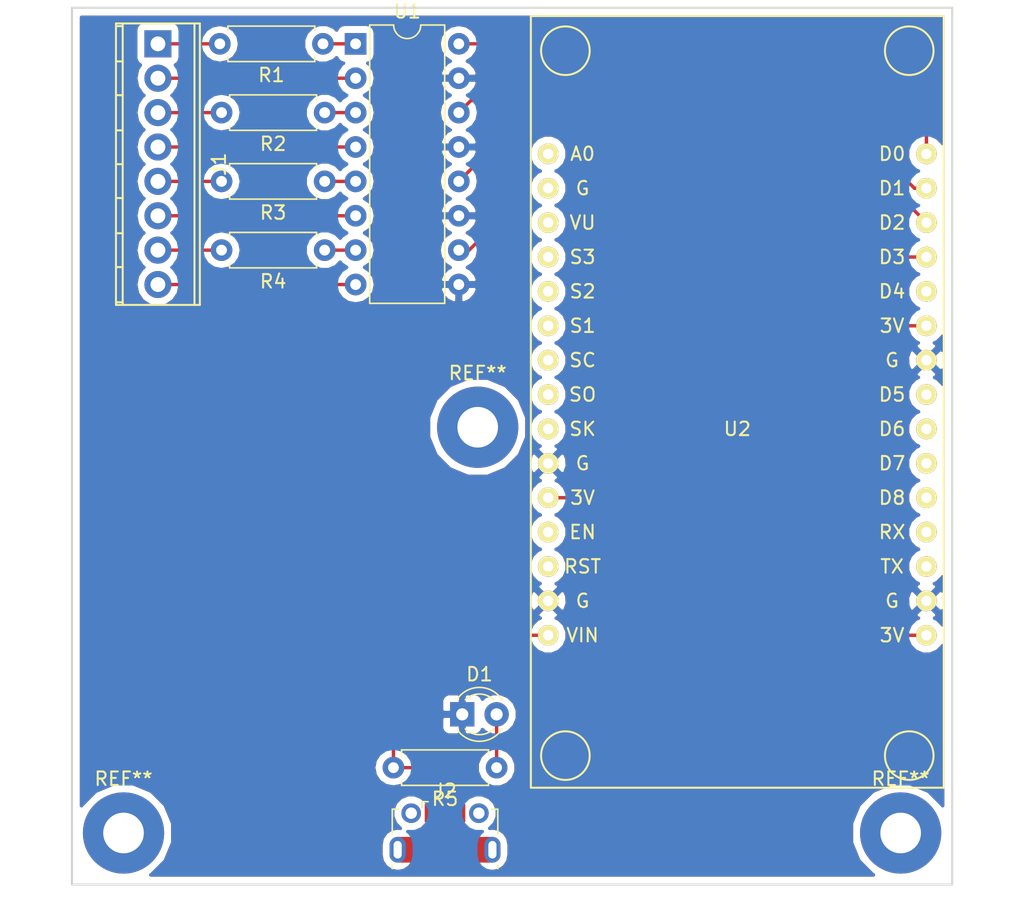
<source format=kicad_pcb>
(kicad_pcb (version 4) (host pcbnew 4.0.7)

  (general
    (links 31)
    (no_connects 0)
    (area 122.118 52.388 197.922001 119.46)
    (thickness 1.6)
    (drawings 4)
    (tracks 64)
    (zones 0)
    (modules 13)
    (nets 41)
  )

  (page A4)
  (layers
    (0 F.Cu signal)
    (31 B.Cu signal)
    (32 B.Adhes user)
    (33 F.Adhes user)
    (34 B.Paste user)
    (35 F.Paste user)
    (36 B.SilkS user)
    (37 F.SilkS user)
    (38 B.Mask user)
    (39 F.Mask user)
    (40 Dwgs.User user)
    (41 Cmts.User user)
    (42 Eco1.User user)
    (43 Eco2.User user)
    (44 Edge.Cuts user)
    (45 Margin user)
    (46 B.CrtYd user)
    (47 F.CrtYd user)
    (48 B.Fab user)
    (49 F.Fab user)
  )

  (setup
    (last_trace_width 0.25)
    (trace_clearance 0.2)
    (zone_clearance 0.508)
    (zone_45_only no)
    (trace_min 0.2)
    (segment_width 0.2)
    (edge_width 0.15)
    (via_size 0.6)
    (via_drill 0.4)
    (via_min_size 0.4)
    (via_min_drill 0.3)
    (uvia_size 0.3)
    (uvia_drill 0.1)
    (uvias_allowed no)
    (uvia_min_size 0.2)
    (uvia_min_drill 0.1)
    (pcb_text_width 0.3)
    (pcb_text_size 1.5 1.5)
    (mod_edge_width 0.15)
    (mod_text_size 1 1)
    (mod_text_width 0.15)
    (pad_size 1.524 1.524)
    (pad_drill 0.762)
    (pad_to_mask_clearance 0.2)
    (aux_axis_origin 0 0)
    (visible_elements FFFFFF7F)
    (pcbplotparams
      (layerselection 0x010f0_80000001)
      (usegerberextensions false)
      (excludeedgelayer true)
      (linewidth 0.100000)
      (plotframeref false)
      (viasonmask false)
      (mode 1)
      (useauxorigin false)
      (hpglpennumber 1)
      (hpglpenspeed 20)
      (hpglpendiameter 15)
      (hpglpenoverlay 2)
      (psnegative false)
      (psa4output false)
      (plotreference true)
      (plotvalue true)
      (plotinvisibletext false)
      (padsonsilk false)
      (subtractmaskfromsilk false)
      (outputformat 1)
      (mirror false)
      (drillshape 0)
      (scaleselection 1)
      (outputdirectory ./plots))
  )

  (net 0 "")
  (net 1 GND)
  (net 2 "Net-(D1-Pad2)")
  (net 3 "Net-(J1-Pad4)")
  (net 4 "Net-(J1-Pad1)")
  (net 5 "Net-(J1-Pad2)")
  (net 6 "Net-(J1-Pad3)")
  (net 7 "Net-(J1-Pad5)")
  (net 8 "Net-(J1-Pad6)")
  (net 9 "Net-(J1-Pad7)")
  (net 10 "Net-(J1-Pad8)")
  (net 11 "Net-(J2-Pad2)")
  (net 12 +5V)
  (net 13 "Net-(J2-Pad3)")
  (net 14 "Net-(R1-Pad1)")
  (net 15 "Net-(R2-Pad1)")
  (net 16 "Net-(R3-Pad1)")
  (net 17 "Net-(R4-Pad1)")
  (net 18 /D3)
  (net 19 /D2)
  (net 20 /D1)
  (net 21 /D0)
  (net 22 "Net-(U2-Pad1)")
  (net 23 "Net-(U2-Pad2)")
  (net 24 "Net-(U2-Pad3)")
  (net 25 "Net-(U2-Pad4)")
  (net 26 "Net-(U2-Pad5)")
  (net 27 "Net-(U2-Pad6)")
  (net 28 "Net-(U2-Pad7)")
  (net 29 "Net-(U2-Pad8)")
  (net 30 "Net-(U2-Pad9)")
  (net 31 +3V3)
  (net 32 "Net-(U2-Pad12)")
  (net 33 "Net-(U2-Pad13)")
  (net 34 "Net-(U2-Pad18)")
  (net 35 "Net-(U2-Pad19)")
  (net 36 "Net-(U2-Pad20)")
  (net 37 "Net-(U2-Pad21)")
  (net 38 "Net-(U2-Pad22)")
  (net 39 "Net-(U2-Pad23)")
  (net 40 "Net-(U2-Pad26)")

  (net_class Default "Dies ist die voreingestellte Netzklasse."
    (clearance 0.2)
    (trace_width 0.25)
    (via_dia 0.6)
    (via_drill 0.4)
    (uvia_dia 0.3)
    (uvia_drill 0.1)
    (add_net +3V3)
    (add_net +5V)
    (add_net /D0)
    (add_net /D1)
    (add_net /D2)
    (add_net /D3)
    (add_net GND)
    (add_net "Net-(D1-Pad2)")
    (add_net "Net-(J1-Pad1)")
    (add_net "Net-(J1-Pad2)")
    (add_net "Net-(J1-Pad3)")
    (add_net "Net-(J1-Pad4)")
    (add_net "Net-(J1-Pad5)")
    (add_net "Net-(J1-Pad6)")
    (add_net "Net-(J1-Pad7)")
    (add_net "Net-(J1-Pad8)")
    (add_net "Net-(J2-Pad2)")
    (add_net "Net-(J2-Pad3)")
    (add_net "Net-(R1-Pad1)")
    (add_net "Net-(R2-Pad1)")
    (add_net "Net-(R3-Pad1)")
    (add_net "Net-(R4-Pad1)")
    (add_net "Net-(U2-Pad1)")
    (add_net "Net-(U2-Pad12)")
    (add_net "Net-(U2-Pad13)")
    (add_net "Net-(U2-Pad18)")
    (add_net "Net-(U2-Pad19)")
    (add_net "Net-(U2-Pad2)")
    (add_net "Net-(U2-Pad20)")
    (add_net "Net-(U2-Pad21)")
    (add_net "Net-(U2-Pad22)")
    (add_net "Net-(U2-Pad23)")
    (add_net "Net-(U2-Pad26)")
    (add_net "Net-(U2-Pad3)")
    (add_net "Net-(U2-Pad4)")
    (add_net "Net-(U2-Pad5)")
    (add_net "Net-(U2-Pad6)")
    (add_net "Net-(U2-Pad7)")
    (add_net "Net-(U2-Pad8)")
    (add_net "Net-(U2-Pad9)")
  )

  (module LEDs:LED_D3.0mm (layer F.Cu) (tedit 587A3A7B) (tstamp 5B349CBD)
    (at 156.337 105.283)
    (descr "LED, diameter 3.0mm, 2 pins")
    (tags "LED diameter 3.0mm 2 pins")
    (path /5B349EC7)
    (fp_text reference D1 (at 1.27 -2.96) (layer F.SilkS)
      (effects (font (size 1 1) (thickness 0.15)))
    )
    (fp_text value LED (at 1.27 2.96) (layer F.Fab)
      (effects (font (size 1 1) (thickness 0.15)))
    )
    (fp_arc (start 1.27 0) (end -0.23 -1.16619) (angle 284.3) (layer F.Fab) (width 0.1))
    (fp_arc (start 1.27 0) (end -0.29 -1.235516) (angle 108.8) (layer F.SilkS) (width 0.12))
    (fp_arc (start 1.27 0) (end -0.29 1.235516) (angle -108.8) (layer F.SilkS) (width 0.12))
    (fp_arc (start 1.27 0) (end 0.229039 -1.08) (angle 87.9) (layer F.SilkS) (width 0.12))
    (fp_arc (start 1.27 0) (end 0.229039 1.08) (angle -87.9) (layer F.SilkS) (width 0.12))
    (fp_circle (center 1.27 0) (end 2.77 0) (layer F.Fab) (width 0.1))
    (fp_line (start -0.23 -1.16619) (end -0.23 1.16619) (layer F.Fab) (width 0.1))
    (fp_line (start -0.29 -1.236) (end -0.29 -1.08) (layer F.SilkS) (width 0.12))
    (fp_line (start -0.29 1.08) (end -0.29 1.236) (layer F.SilkS) (width 0.12))
    (fp_line (start -1.15 -2.25) (end -1.15 2.25) (layer F.CrtYd) (width 0.05))
    (fp_line (start -1.15 2.25) (end 3.7 2.25) (layer F.CrtYd) (width 0.05))
    (fp_line (start 3.7 2.25) (end 3.7 -2.25) (layer F.CrtYd) (width 0.05))
    (fp_line (start 3.7 -2.25) (end -1.15 -2.25) (layer F.CrtYd) (width 0.05))
    (pad 1 thru_hole rect (at 0 0) (size 1.8 1.8) (drill 0.9) (layers *.Cu *.Mask)
      (net 1 GND))
    (pad 2 thru_hole circle (at 2.54 0) (size 1.8 1.8) (drill 0.9) (layers *.Cu *.Mask)
      (net 2 "Net-(D1-Pad2)"))
    (model ${KISYS3DMOD}/LEDs.3dshapes/LED_D3.0mm.wrl
      (at (xyz 0 0 0))
      (scale (xyz 0.393701 0.393701 0.393701))
      (rotate (xyz 0 0 0))
    )
  )

  (module Connectors_Terminal_Blocks:TerminalBlock_Pheonix_MPT-2.54mm_8pol (layer F.Cu) (tedit 0) (tstamp 5B349CC9)
    (at 133.858 55.753 270)
    (descr "8-way 2.54mm pitch terminal block, Phoenix MPT series")
    (path /5B34A06A)
    (fp_text reference J1 (at 8.89 -4.50088 270) (layer F.SilkS)
      (effects (font (size 1 1) (thickness 0.15)))
    )
    (fp_text value Screw_Terminal_01x08 (at 8.89 4.50088 270) (layer F.Fab)
      (effects (font (size 1 1) (thickness 0.15)))
    )
    (fp_line (start -1.778 -3.302) (end 19.558 -3.302) (layer F.CrtYd) (width 0.05))
    (fp_line (start -1.778 3.302) (end -1.778 -3.302) (layer F.CrtYd) (width 0.05))
    (fp_line (start 19.558 3.302) (end -1.778 3.302) (layer F.CrtYd) (width 0.05))
    (fp_line (start 19.558 -3.302) (end 19.558 3.302) (layer F.CrtYd) (width 0.05))
    (fp_line (start 19.28876 -3.0988) (end -1.50876 -3.0988) (layer F.SilkS) (width 0.15))
    (fp_line (start -1.50876 -2.70002) (end 19.28876 -2.70002) (layer F.SilkS) (width 0.15))
    (fp_line (start 19.28876 3.0988) (end -1.50876 3.0988) (layer F.SilkS) (width 0.15))
    (fp_line (start -1.50876 2.60096) (end 19.28876 2.60096) (layer F.SilkS) (width 0.15))
    (fp_line (start 8.89 2.60096) (end 8.89 3.0988) (layer F.SilkS) (width 0.15))
    (fp_line (start 16.48968 2.60096) (end 16.48968 3.0988) (layer F.SilkS) (width 0.15))
    (fp_line (start 13.99032 2.60096) (end 13.99032 3.0988) (layer F.SilkS) (width 0.15))
    (fp_line (start 11.3919 2.60096) (end 11.3919 3.0988) (layer F.SilkS) (width 0.15))
    (fp_line (start 6.39064 2.60096) (end 6.39064 3.0988) (layer F.SilkS) (width 0.15))
    (fp_line (start 3.79222 2.60096) (end 3.79222 3.0988) (layer F.SilkS) (width 0.15))
    (fp_line (start -1.3081 3.0988) (end -1.3081 2.60096) (layer F.SilkS) (width 0.15))
    (fp_line (start 19.0881 2.60096) (end 19.0881 3.0988) (layer F.SilkS) (width 0.15))
    (fp_line (start 1.2954 3.0988) (end 1.2954 2.60096) (layer F.SilkS) (width 0.15))
    (fp_line (start 19.28622 3.0988) (end 19.28622 -3.0988) (layer F.SilkS) (width 0.15))
    (fp_line (start -1.50622 -3.0988) (end -1.50622 3.0988) (layer F.SilkS) (width 0.15))
    (pad 4 thru_hole oval (at 7.62 0 90) (size 1.99898 1.99898) (drill 1.09728) (layers *.Cu *.Mask)
      (net 3 "Net-(J1-Pad4)"))
    (pad 1 thru_hole rect (at 0 0 90) (size 1.99898 1.99898) (drill 1.09728) (layers *.Cu *.Mask)
      (net 4 "Net-(J1-Pad1)"))
    (pad 2 thru_hole oval (at 2.54 0 90) (size 1.99898 1.99898) (drill 1.09728) (layers *.Cu *.Mask)
      (net 5 "Net-(J1-Pad2)"))
    (pad 3 thru_hole oval (at 5.08 0 90) (size 1.99898 1.99898) (drill 1.09728) (layers *.Cu *.Mask)
      (net 6 "Net-(J1-Pad3)"))
    (pad 5 thru_hole oval (at 10.16 0 90) (size 1.99898 1.99898) (drill 1.09728) (layers *.Cu *.Mask)
      (net 7 "Net-(J1-Pad5)"))
    (pad 6 thru_hole oval (at 12.7 0 90) (size 1.99898 1.99898) (drill 1.09728) (layers *.Cu *.Mask)
      (net 8 "Net-(J1-Pad6)"))
    (pad 7 thru_hole oval (at 15.24 0 90) (size 1.99898 1.99898) (drill 1.09728) (layers *.Cu *.Mask)
      (net 9 "Net-(J1-Pad7)"))
    (pad 8 thru_hole oval (at 17.78 0 90) (size 1.99898 1.99898) (drill 1.09728) (layers *.Cu *.Mask)
      (net 10 "Net-(J1-Pad8)"))
    (model Terminal_Blocks.3dshapes/TerminalBlock_Pheonix_MPT-2.54mm_8pol.wrl
      (at (xyz 0.35 0 0))
      (scale (xyz 1 1 1))
      (rotate (xyz 0 0 0))
    )
  )

  (module Connectors_USB:USB_Micro-B_Molex-105017-0001 (layer F.Cu) (tedit 598B308E) (tstamp 5B349CDA)
    (at 155.067 114.935)
    (descr http://www.molex.com/pdm_docs/sd/1050170001_sd.pdf)
    (tags "Micro-USB SMD Typ-B")
    (path /5B349C41)
    (attr smd)
    (fp_text reference J2 (at 0 -4) (layer F.SilkS)
      (effects (font (size 1 1) (thickness 0.15)))
    )
    (fp_text value USB_B (at 0.3 3.45) (layer F.Fab)
      (effects (font (size 1 1) (thickness 0.15)))
    )
    (fp_line (start -4.4 2.75) (end 4.4 2.75) (layer F.CrtYd) (width 0.05))
    (fp_line (start 4.4 -3.35) (end 4.4 2.75) (layer F.CrtYd) (width 0.05))
    (fp_line (start -4.4 -3.35) (end 4.4 -3.35) (layer F.CrtYd) (width 0.05))
    (fp_line (start -4.4 2.75) (end -4.4 -3.35) (layer F.CrtYd) (width 0.05))
    (fp_text user "PCB Edge" (at 0 1.8) (layer Dwgs.User)
      (effects (font (size 0.5 0.5) (thickness 0.08)))
    )
    (fp_line (start -3.9 -2.65) (end -3.45 -2.65) (layer F.SilkS) (width 0.12))
    (fp_line (start -3.9 -0.8) (end -3.9 -2.65) (layer F.SilkS) (width 0.12))
    (fp_line (start 3.9 1.75) (end 3.9 1.5) (layer F.SilkS) (width 0.12))
    (fp_line (start 3.75 2.5) (end 3.75 -2.5) (layer F.Fab) (width 0.1))
    (fp_line (start -3 1.801704) (end 3 1.801704) (layer F.Fab) (width 0.1))
    (fp_line (start -3.75 2.501704) (end 3.75 2.501704) (layer F.Fab) (width 0.1))
    (fp_line (start -3.75 -2.5) (end 3.75 -2.5) (layer F.Fab) (width 0.1))
    (fp_line (start -3.75 2.5) (end -3.75 -2.5) (layer F.Fab) (width 0.1))
    (fp_line (start -3.9 1.75) (end -3.9 1.5) (layer F.SilkS) (width 0.12))
    (fp_line (start 3.9 -0.8) (end 3.9 -2.65) (layer F.SilkS) (width 0.12))
    (fp_line (start 3.9 -2.65) (end 3.45 -2.65) (layer F.SilkS) (width 0.12))
    (fp_text user %R (at 0 0) (layer F.Fab)
      (effects (font (size 1 1) (thickness 0.15)))
    )
    (fp_line (start -1.7 -3.2) (end -1.25 -3.2) (layer F.SilkS) (width 0.12))
    (fp_line (start -1.7 -3.2) (end -1.7 -2.75) (layer F.SilkS) (width 0.12))
    (fp_line (start -1.3 -2.6) (end -1.5 -2.8) (layer F.Fab) (width 0.1))
    (fp_line (start -1.1 -2.8) (end -1.3 -2.6) (layer F.Fab) (width 0.1))
    (fp_line (start -1.5 -3.01) (end -1.1 -3.01) (layer F.Fab) (width 0.1))
    (fp_line (start -1.5 -3.01) (end -1.5 -2.8) (layer F.Fab) (width 0.1))
    (fp_line (start -1.1 -3.01) (end -1.1 -2.8) (layer F.Fab) (width 0.1))
    (pad 6 smd rect (at 1 0.35) (size 1.5 1.9) (layers F.Cu F.Paste F.Mask))
    (pad 6 thru_hole circle (at -2.5 -2.35) (size 1.45 1.45) (drill 0.85) (layers *.Cu *.Mask))
    (pad 2 smd rect (at -0.65 -2.35) (size 0.4 1.35) (layers F.Cu F.Paste F.Mask)
      (net 11 "Net-(J2-Pad2)"))
    (pad 1 smd rect (at -1.3 -2.35) (size 0.4 1.35) (layers F.Cu F.Paste F.Mask)
      (net 12 +5V))
    (pad 5 smd rect (at 1.3 -2.35) (size 0.4 1.35) (layers F.Cu F.Paste F.Mask)
      (net 1 GND))
    (pad 4 smd rect (at 0.65 -2.35) (size 0.4 1.35) (layers F.Cu F.Paste F.Mask)
      (net 1 GND))
    (pad 3 smd rect (at 0 -2.35) (size 0.4 1.35) (layers F.Cu F.Paste F.Mask)
      (net 13 "Net-(J2-Pad3)"))
    (pad 6 thru_hole circle (at 2.5 -2.35) (size 1.45 1.45) (drill 0.85) (layers *.Cu *.Mask))
    (pad 6 smd rect (at -1 0.35) (size 1.5 1.9) (layers F.Cu F.Paste F.Mask))
    (pad 6 thru_hole oval (at -3.5 0.35 180) (size 1.2 1.9) (drill oval 0.6 1.3) (layers *.Cu *.Mask))
    (pad 6 thru_hole oval (at 3.5 0.35) (size 1.2 1.9) (drill oval 0.6 1.3) (layers *.Cu *.Mask))
    (pad 6 smd rect (at 2.9 0.35) (size 1.2 1.9) (layers F.Cu F.Mask))
    (pad 6 smd rect (at -2.9 0.35) (size 1.2 1.9) (layers F.Cu F.Mask))
    (model ${KISYS3DMOD}/Connectors_USB.3dshapes/USB_Micro-B_Molex-105017-0001.wrl
      (at (xyz 0 0 0))
      (scale (xyz 1 1 1))
      (rotate (xyz 0 0 0))
    )
  )

  (module Resistors_THT:R_Axial_DIN0207_L6.3mm_D2.5mm_P7.62mm_Horizontal (layer F.Cu) (tedit 5874F706) (tstamp 5B349CE0)
    (at 146.05 55.753 180)
    (descr "Resistor, Axial_DIN0207 series, Axial, Horizontal, pin pitch=7.62mm, 0.25W = 1/4W, length*diameter=6.3*2.5mm^2, http://cdn-reichelt.de/documents/datenblatt/B400/1_4W%23YAG.pdf")
    (tags "Resistor Axial_DIN0207 series Axial Horizontal pin pitch 7.62mm 0.25W = 1/4W length 6.3mm diameter 2.5mm")
    (path /5B3490C7)
    (fp_text reference R1 (at 3.81 -2.31 180) (layer F.SilkS)
      (effects (font (size 1 1) (thickness 0.15)))
    )
    (fp_text value R (at 3.81 2.31 180) (layer F.Fab)
      (effects (font (size 1 1) (thickness 0.15)))
    )
    (fp_line (start 0.66 -1.25) (end 0.66 1.25) (layer F.Fab) (width 0.1))
    (fp_line (start 0.66 1.25) (end 6.96 1.25) (layer F.Fab) (width 0.1))
    (fp_line (start 6.96 1.25) (end 6.96 -1.25) (layer F.Fab) (width 0.1))
    (fp_line (start 6.96 -1.25) (end 0.66 -1.25) (layer F.Fab) (width 0.1))
    (fp_line (start 0 0) (end 0.66 0) (layer F.Fab) (width 0.1))
    (fp_line (start 7.62 0) (end 6.96 0) (layer F.Fab) (width 0.1))
    (fp_line (start 0.6 -0.98) (end 0.6 -1.31) (layer F.SilkS) (width 0.12))
    (fp_line (start 0.6 -1.31) (end 7.02 -1.31) (layer F.SilkS) (width 0.12))
    (fp_line (start 7.02 -1.31) (end 7.02 -0.98) (layer F.SilkS) (width 0.12))
    (fp_line (start 0.6 0.98) (end 0.6 1.31) (layer F.SilkS) (width 0.12))
    (fp_line (start 0.6 1.31) (end 7.02 1.31) (layer F.SilkS) (width 0.12))
    (fp_line (start 7.02 1.31) (end 7.02 0.98) (layer F.SilkS) (width 0.12))
    (fp_line (start -1.05 -1.6) (end -1.05 1.6) (layer F.CrtYd) (width 0.05))
    (fp_line (start -1.05 1.6) (end 8.7 1.6) (layer F.CrtYd) (width 0.05))
    (fp_line (start 8.7 1.6) (end 8.7 -1.6) (layer F.CrtYd) (width 0.05))
    (fp_line (start 8.7 -1.6) (end -1.05 -1.6) (layer F.CrtYd) (width 0.05))
    (pad 1 thru_hole circle (at 0 0 180) (size 1.6 1.6) (drill 0.8) (layers *.Cu *.Mask)
      (net 14 "Net-(R1-Pad1)"))
    (pad 2 thru_hole oval (at 7.62 0 180) (size 1.6 1.6) (drill 0.8) (layers *.Cu *.Mask)
      (net 4 "Net-(J1-Pad1)"))
    (model ${KISYS3DMOD}/Resistors_THT.3dshapes/R_Axial_DIN0207_L6.3mm_D2.5mm_P7.62mm_Horizontal.wrl
      (at (xyz 0 0 0))
      (scale (xyz 0.393701 0.393701 0.393701))
      (rotate (xyz 0 0 0))
    )
  )

  (module Resistors_THT:R_Axial_DIN0207_L6.3mm_D2.5mm_P7.62mm_Horizontal (layer F.Cu) (tedit 5874F706) (tstamp 5B349CE6)
    (at 146.177 60.833 180)
    (descr "Resistor, Axial_DIN0207 series, Axial, Horizontal, pin pitch=7.62mm, 0.25W = 1/4W, length*diameter=6.3*2.5mm^2, http://cdn-reichelt.de/documents/datenblatt/B400/1_4W%23YAG.pdf")
    (tags "Resistor Axial_DIN0207 series Axial Horizontal pin pitch 7.62mm 0.25W = 1/4W length 6.3mm diameter 2.5mm")
    (path /5B349110)
    (fp_text reference R2 (at 3.81 -2.31 180) (layer F.SilkS)
      (effects (font (size 1 1) (thickness 0.15)))
    )
    (fp_text value R (at 3.81 2.31 180) (layer F.Fab)
      (effects (font (size 1 1) (thickness 0.15)))
    )
    (fp_line (start 0.66 -1.25) (end 0.66 1.25) (layer F.Fab) (width 0.1))
    (fp_line (start 0.66 1.25) (end 6.96 1.25) (layer F.Fab) (width 0.1))
    (fp_line (start 6.96 1.25) (end 6.96 -1.25) (layer F.Fab) (width 0.1))
    (fp_line (start 6.96 -1.25) (end 0.66 -1.25) (layer F.Fab) (width 0.1))
    (fp_line (start 0 0) (end 0.66 0) (layer F.Fab) (width 0.1))
    (fp_line (start 7.62 0) (end 6.96 0) (layer F.Fab) (width 0.1))
    (fp_line (start 0.6 -0.98) (end 0.6 -1.31) (layer F.SilkS) (width 0.12))
    (fp_line (start 0.6 -1.31) (end 7.02 -1.31) (layer F.SilkS) (width 0.12))
    (fp_line (start 7.02 -1.31) (end 7.02 -0.98) (layer F.SilkS) (width 0.12))
    (fp_line (start 0.6 0.98) (end 0.6 1.31) (layer F.SilkS) (width 0.12))
    (fp_line (start 0.6 1.31) (end 7.02 1.31) (layer F.SilkS) (width 0.12))
    (fp_line (start 7.02 1.31) (end 7.02 0.98) (layer F.SilkS) (width 0.12))
    (fp_line (start -1.05 -1.6) (end -1.05 1.6) (layer F.CrtYd) (width 0.05))
    (fp_line (start -1.05 1.6) (end 8.7 1.6) (layer F.CrtYd) (width 0.05))
    (fp_line (start 8.7 1.6) (end 8.7 -1.6) (layer F.CrtYd) (width 0.05))
    (fp_line (start 8.7 -1.6) (end -1.05 -1.6) (layer F.CrtYd) (width 0.05))
    (pad 1 thru_hole circle (at 0 0 180) (size 1.6 1.6) (drill 0.8) (layers *.Cu *.Mask)
      (net 15 "Net-(R2-Pad1)"))
    (pad 2 thru_hole oval (at 7.62 0 180) (size 1.6 1.6) (drill 0.8) (layers *.Cu *.Mask)
      (net 6 "Net-(J1-Pad3)"))
    (model ${KISYS3DMOD}/Resistors_THT.3dshapes/R_Axial_DIN0207_L6.3mm_D2.5mm_P7.62mm_Horizontal.wrl
      (at (xyz 0 0 0))
      (scale (xyz 0.393701 0.393701 0.393701))
      (rotate (xyz 0 0 0))
    )
  )

  (module Resistors_THT:R_Axial_DIN0207_L6.3mm_D2.5mm_P7.62mm_Horizontal (layer F.Cu) (tedit 5874F706) (tstamp 5B349CEC)
    (at 146.177 65.913 180)
    (descr "Resistor, Axial_DIN0207 series, Axial, Horizontal, pin pitch=7.62mm, 0.25W = 1/4W, length*diameter=6.3*2.5mm^2, http://cdn-reichelt.de/documents/datenblatt/B400/1_4W%23YAG.pdf")
    (tags "Resistor Axial_DIN0207 series Axial Horizontal pin pitch 7.62mm 0.25W = 1/4W length 6.3mm diameter 2.5mm")
    (path /5B349142)
    (fp_text reference R3 (at 3.81 -2.31 180) (layer F.SilkS)
      (effects (font (size 1 1) (thickness 0.15)))
    )
    (fp_text value R (at 3.81 2.31 180) (layer F.Fab)
      (effects (font (size 1 1) (thickness 0.15)))
    )
    (fp_line (start 0.66 -1.25) (end 0.66 1.25) (layer F.Fab) (width 0.1))
    (fp_line (start 0.66 1.25) (end 6.96 1.25) (layer F.Fab) (width 0.1))
    (fp_line (start 6.96 1.25) (end 6.96 -1.25) (layer F.Fab) (width 0.1))
    (fp_line (start 6.96 -1.25) (end 0.66 -1.25) (layer F.Fab) (width 0.1))
    (fp_line (start 0 0) (end 0.66 0) (layer F.Fab) (width 0.1))
    (fp_line (start 7.62 0) (end 6.96 0) (layer F.Fab) (width 0.1))
    (fp_line (start 0.6 -0.98) (end 0.6 -1.31) (layer F.SilkS) (width 0.12))
    (fp_line (start 0.6 -1.31) (end 7.02 -1.31) (layer F.SilkS) (width 0.12))
    (fp_line (start 7.02 -1.31) (end 7.02 -0.98) (layer F.SilkS) (width 0.12))
    (fp_line (start 0.6 0.98) (end 0.6 1.31) (layer F.SilkS) (width 0.12))
    (fp_line (start 0.6 1.31) (end 7.02 1.31) (layer F.SilkS) (width 0.12))
    (fp_line (start 7.02 1.31) (end 7.02 0.98) (layer F.SilkS) (width 0.12))
    (fp_line (start -1.05 -1.6) (end -1.05 1.6) (layer F.CrtYd) (width 0.05))
    (fp_line (start -1.05 1.6) (end 8.7 1.6) (layer F.CrtYd) (width 0.05))
    (fp_line (start 8.7 1.6) (end 8.7 -1.6) (layer F.CrtYd) (width 0.05))
    (fp_line (start 8.7 -1.6) (end -1.05 -1.6) (layer F.CrtYd) (width 0.05))
    (pad 1 thru_hole circle (at 0 0 180) (size 1.6 1.6) (drill 0.8) (layers *.Cu *.Mask)
      (net 16 "Net-(R3-Pad1)"))
    (pad 2 thru_hole oval (at 7.62 0 180) (size 1.6 1.6) (drill 0.8) (layers *.Cu *.Mask)
      (net 7 "Net-(J1-Pad5)"))
    (model ${KISYS3DMOD}/Resistors_THT.3dshapes/R_Axial_DIN0207_L6.3mm_D2.5mm_P7.62mm_Horizontal.wrl
      (at (xyz 0 0 0))
      (scale (xyz 0.393701 0.393701 0.393701))
      (rotate (xyz 0 0 0))
    )
  )

  (module Resistors_THT:R_Axial_DIN0207_L6.3mm_D2.5mm_P7.62mm_Horizontal (layer F.Cu) (tedit 5874F706) (tstamp 5B349CF2)
    (at 146.177 70.993 180)
    (descr "Resistor, Axial_DIN0207 series, Axial, Horizontal, pin pitch=7.62mm, 0.25W = 1/4W, length*diameter=6.3*2.5mm^2, http://cdn-reichelt.de/documents/datenblatt/B400/1_4W%23YAG.pdf")
    (tags "Resistor Axial_DIN0207 series Axial Horizontal pin pitch 7.62mm 0.25W = 1/4W length 6.3mm diameter 2.5mm")
    (path /5B34917E)
    (fp_text reference R4 (at 3.81 -2.31 180) (layer F.SilkS)
      (effects (font (size 1 1) (thickness 0.15)))
    )
    (fp_text value R (at 3.81 2.31 180) (layer F.Fab)
      (effects (font (size 1 1) (thickness 0.15)))
    )
    (fp_line (start 0.66 -1.25) (end 0.66 1.25) (layer F.Fab) (width 0.1))
    (fp_line (start 0.66 1.25) (end 6.96 1.25) (layer F.Fab) (width 0.1))
    (fp_line (start 6.96 1.25) (end 6.96 -1.25) (layer F.Fab) (width 0.1))
    (fp_line (start 6.96 -1.25) (end 0.66 -1.25) (layer F.Fab) (width 0.1))
    (fp_line (start 0 0) (end 0.66 0) (layer F.Fab) (width 0.1))
    (fp_line (start 7.62 0) (end 6.96 0) (layer F.Fab) (width 0.1))
    (fp_line (start 0.6 -0.98) (end 0.6 -1.31) (layer F.SilkS) (width 0.12))
    (fp_line (start 0.6 -1.31) (end 7.02 -1.31) (layer F.SilkS) (width 0.12))
    (fp_line (start 7.02 -1.31) (end 7.02 -0.98) (layer F.SilkS) (width 0.12))
    (fp_line (start 0.6 0.98) (end 0.6 1.31) (layer F.SilkS) (width 0.12))
    (fp_line (start 0.6 1.31) (end 7.02 1.31) (layer F.SilkS) (width 0.12))
    (fp_line (start 7.02 1.31) (end 7.02 0.98) (layer F.SilkS) (width 0.12))
    (fp_line (start -1.05 -1.6) (end -1.05 1.6) (layer F.CrtYd) (width 0.05))
    (fp_line (start -1.05 1.6) (end 8.7 1.6) (layer F.CrtYd) (width 0.05))
    (fp_line (start 8.7 1.6) (end 8.7 -1.6) (layer F.CrtYd) (width 0.05))
    (fp_line (start 8.7 -1.6) (end -1.05 -1.6) (layer F.CrtYd) (width 0.05))
    (pad 1 thru_hole circle (at 0 0 180) (size 1.6 1.6) (drill 0.8) (layers *.Cu *.Mask)
      (net 17 "Net-(R4-Pad1)"))
    (pad 2 thru_hole oval (at 7.62 0 180) (size 1.6 1.6) (drill 0.8) (layers *.Cu *.Mask)
      (net 9 "Net-(J1-Pad7)"))
    (model ${KISYS3DMOD}/Resistors_THT.3dshapes/R_Axial_DIN0207_L6.3mm_D2.5mm_P7.62mm_Horizontal.wrl
      (at (xyz 0 0 0))
      (scale (xyz 0.393701 0.393701 0.393701))
      (rotate (xyz 0 0 0))
    )
  )

  (module Resistors_THT:R_Axial_DIN0207_L6.3mm_D2.5mm_P7.62mm_Horizontal (layer F.Cu) (tedit 5874F706) (tstamp 5B349CF8)
    (at 158.877 109.22 180)
    (descr "Resistor, Axial_DIN0207 series, Axial, Horizontal, pin pitch=7.62mm, 0.25W = 1/4W, length*diameter=6.3*2.5mm^2, http://cdn-reichelt.de/documents/datenblatt/B400/1_4W%23YAG.pdf")
    (tags "Resistor Axial_DIN0207 series Axial Horizontal pin pitch 7.62mm 0.25W = 1/4W length 6.3mm diameter 2.5mm")
    (path /5B349E8A)
    (fp_text reference R5 (at 3.81 -2.31 180) (layer F.SilkS)
      (effects (font (size 1 1) (thickness 0.15)))
    )
    (fp_text value R (at 3.81 2.31 180) (layer F.Fab)
      (effects (font (size 1 1) (thickness 0.15)))
    )
    (fp_line (start 0.66 -1.25) (end 0.66 1.25) (layer F.Fab) (width 0.1))
    (fp_line (start 0.66 1.25) (end 6.96 1.25) (layer F.Fab) (width 0.1))
    (fp_line (start 6.96 1.25) (end 6.96 -1.25) (layer F.Fab) (width 0.1))
    (fp_line (start 6.96 -1.25) (end 0.66 -1.25) (layer F.Fab) (width 0.1))
    (fp_line (start 0 0) (end 0.66 0) (layer F.Fab) (width 0.1))
    (fp_line (start 7.62 0) (end 6.96 0) (layer F.Fab) (width 0.1))
    (fp_line (start 0.6 -0.98) (end 0.6 -1.31) (layer F.SilkS) (width 0.12))
    (fp_line (start 0.6 -1.31) (end 7.02 -1.31) (layer F.SilkS) (width 0.12))
    (fp_line (start 7.02 -1.31) (end 7.02 -0.98) (layer F.SilkS) (width 0.12))
    (fp_line (start 0.6 0.98) (end 0.6 1.31) (layer F.SilkS) (width 0.12))
    (fp_line (start 0.6 1.31) (end 7.02 1.31) (layer F.SilkS) (width 0.12))
    (fp_line (start 7.02 1.31) (end 7.02 0.98) (layer F.SilkS) (width 0.12))
    (fp_line (start -1.05 -1.6) (end -1.05 1.6) (layer F.CrtYd) (width 0.05))
    (fp_line (start -1.05 1.6) (end 8.7 1.6) (layer F.CrtYd) (width 0.05))
    (fp_line (start 8.7 1.6) (end 8.7 -1.6) (layer F.CrtYd) (width 0.05))
    (fp_line (start 8.7 -1.6) (end -1.05 -1.6) (layer F.CrtYd) (width 0.05))
    (pad 1 thru_hole circle (at 0 0 180) (size 1.6 1.6) (drill 0.8) (layers *.Cu *.Mask)
      (net 2 "Net-(D1-Pad2)"))
    (pad 2 thru_hole oval (at 7.62 0 180) (size 1.6 1.6) (drill 0.8) (layers *.Cu *.Mask)
      (net 12 +5V))
    (model ${KISYS3DMOD}/Resistors_THT.3dshapes/R_Axial_DIN0207_L6.3mm_D2.5mm_P7.62mm_Horizontal.wrl
      (at (xyz 0 0 0))
      (scale (xyz 0.393701 0.393701 0.393701))
      (rotate (xyz 0 0 0))
    )
  )

  (module "ESP8266:NodeMCU1.0(12-E)" (layer F.Cu) (tedit 58B08E61) (tstamp 5B349D2E)
    (at 176.657 84.201)
    (path /5B3491B0)
    (fp_text reference U2 (at 0 0) (layer F.SilkS)
      (effects (font (size 1 1) (thickness 0.15)))
    )
    (fp_text value "NodeMCU1.0(ESP-12E)" (at 0 -29.21) (layer F.Fab)
      (effects (font (size 1 1) (thickness 0.15)))
    )
    (fp_text user VIN (at -11.43 15.24) (layer F.SilkS)
      (effects (font (size 1 1) (thickness 0.15)))
    )
    (fp_text user G (at -11.43 12.7) (layer F.SilkS)
      (effects (font (size 1 1) (thickness 0.15)))
    )
    (fp_text user RST (at -11.43 10.16) (layer F.SilkS)
      (effects (font (size 1 1) (thickness 0.15)))
    )
    (fp_text user EN (at -11.43 7.62) (layer F.SilkS)
      (effects (font (size 1 1) (thickness 0.15)))
    )
    (fp_text user 3V (at -11.43 5.08) (layer F.SilkS)
      (effects (font (size 1 1) (thickness 0.15)))
    )
    (fp_text user G (at -11.43 2.54) (layer F.SilkS)
      (effects (font (size 1 1) (thickness 0.15)))
    )
    (fp_text user SK (at -11.43 0) (layer F.SilkS)
      (effects (font (size 1 1) (thickness 0.15)))
    )
    (fp_text user SO (at -11.43 -2.54) (layer F.SilkS)
      (effects (font (size 1 1) (thickness 0.15)))
    )
    (fp_text user SC (at -11.43 -5.08) (layer F.SilkS)
      (effects (font (size 1 1) (thickness 0.15)))
    )
    (fp_text user S1 (at -11.43 -7.62) (layer F.SilkS)
      (effects (font (size 1 1) (thickness 0.15)))
    )
    (fp_text user S2 (at -11.43 -10.16) (layer F.SilkS)
      (effects (font (size 1 1) (thickness 0.15)))
    )
    (fp_text user S3 (at -11.43 -12.7) (layer F.SilkS)
      (effects (font (size 1 1) (thickness 0.15)))
    )
    (fp_text user VU (at -11.43 -15.24) (layer F.SilkS)
      (effects (font (size 1 1) (thickness 0.15)))
    )
    (fp_text user G (at -11.43 -17.78) (layer F.SilkS)
      (effects (font (size 1 1) (thickness 0.15)))
    )
    (fp_text user A0 (at -11.43 -20.32) (layer F.SilkS)
      (effects (font (size 1 1) (thickness 0.15)))
    )
    (fp_text user 3V (at 11.43 15.24) (layer F.SilkS)
      (effects (font (size 1 1) (thickness 0.15)))
    )
    (fp_text user G (at 11.43 12.7) (layer F.SilkS)
      (effects (font (size 1 1) (thickness 0.15)))
    )
    (fp_text user TX (at 11.43 10.16) (layer F.SilkS)
      (effects (font (size 1 1) (thickness 0.15)))
    )
    (fp_text user RX (at 11.43 7.62) (layer F.SilkS)
      (effects (font (size 1 1) (thickness 0.15)))
    )
    (fp_text user D8 (at 11.43 5.08) (layer F.SilkS)
      (effects (font (size 1 1) (thickness 0.15)))
    )
    (fp_text user D7 (at 11.43 2.54) (layer F.SilkS)
      (effects (font (size 1 1) (thickness 0.15)))
    )
    (fp_text user D6 (at 11.43 0) (layer F.SilkS)
      (effects (font (size 1 1) (thickness 0.15)))
    )
    (fp_text user D5 (at 11.43 -2.54) (layer F.SilkS)
      (effects (font (size 1 1) (thickness 0.15)))
    )
    (fp_text user G (at 11.43 -5.08) (layer F.SilkS)
      (effects (font (size 1 1) (thickness 0.15)))
    )
    (fp_text user 3V (at 11.43 -7.62) (layer F.SilkS)
      (effects (font (size 1 1) (thickness 0.15)))
    )
    (fp_text user D4 (at 11.43 -10.16) (layer F.SilkS)
      (effects (font (size 1 1) (thickness 0.15)))
    )
    (fp_text user D3 (at 11.43 -12.7) (layer F.SilkS)
      (effects (font (size 1 1) (thickness 0.15)))
    )
    (fp_text user D2 (at 11.43 -15.24) (layer F.SilkS)
      (effects (font (size 1 1) (thickness 0.15)))
    )
    (fp_text user D1 (at 11.43 -17.78) (layer F.SilkS)
      (effects (font (size 1 1) (thickness 0.15)))
    )
    (fp_text user D0 (at 11.43 -20.32) (layer F.SilkS)
      (effects (font (size 1 1) (thickness 0.15)))
    )
    (fp_circle (center 12.7 24.13) (end 13.97 22.86) (layer F.SilkS) (width 0.15))
    (fp_circle (center -12.7 24.13) (end -11.43 22.86) (layer F.SilkS) (width 0.15))
    (fp_circle (center -12.7 -27.94) (end -11.43 -29.21) (layer F.SilkS) (width 0.15))
    (fp_circle (center 12.7 -27.94) (end 13.97 -29.21) (layer F.SilkS) (width 0.15))
    (fp_line (start 15.25 -30.5) (end -14.75 -30.5) (layer F.SilkS) (width 0.15))
    (fp_line (start -14.75 -30.5) (end -15.25 -30.5) (layer F.SilkS) (width 0.15))
    (fp_line (start -15.25 -30.5) (end -15.25 26.5) (layer F.SilkS) (width 0.15))
    (fp_line (start -15.25 26.5) (end 15.25 26.5) (layer F.SilkS) (width 0.15))
    (fp_line (start 15.25 26.5) (end 15.25 -30.5) (layer F.SilkS) (width 0.15))
    (pad 1 thru_hole circle (at -13.97 -20.32) (size 1.524 1.524) (drill 0.762) (layers *.Cu *.Mask F.SilkS)
      (net 22 "Net-(U2-Pad1)"))
    (pad 2 thru_hole circle (at -13.97 -17.78) (size 1.524 1.524) (drill 0.762) (layers *.Cu *.Mask F.SilkS)
      (net 23 "Net-(U2-Pad2)"))
    (pad 3 thru_hole circle (at -13.97 -15.24) (size 1.524 1.524) (drill 0.762) (layers *.Cu *.Mask F.SilkS)
      (net 24 "Net-(U2-Pad3)"))
    (pad 4 thru_hole circle (at -13.97 -12.7) (size 1.524 1.524) (drill 0.762) (layers *.Cu *.Mask F.SilkS)
      (net 25 "Net-(U2-Pad4)"))
    (pad 5 thru_hole circle (at -13.97 -10.16) (size 1.524 1.524) (drill 0.762) (layers *.Cu *.Mask F.SilkS)
      (net 26 "Net-(U2-Pad5)"))
    (pad 6 thru_hole circle (at -13.97 -7.62) (size 1.524 1.524) (drill 0.762) (layers *.Cu *.Mask F.SilkS)
      (net 27 "Net-(U2-Pad6)"))
    (pad 7 thru_hole circle (at -13.97 -5.08) (size 1.524 1.524) (drill 0.762) (layers *.Cu *.Mask F.SilkS)
      (net 28 "Net-(U2-Pad7)"))
    (pad 8 thru_hole circle (at -13.97 -2.54) (size 1.524 1.524) (drill 0.762) (layers *.Cu *.Mask F.SilkS)
      (net 29 "Net-(U2-Pad8)"))
    (pad 9 thru_hole circle (at -13.97 0) (size 1.524 1.524) (drill 0.762) (layers *.Cu *.Mask F.SilkS)
      (net 30 "Net-(U2-Pad9)"))
    (pad 10 thru_hole circle (at -13.97 2.54) (size 1.524 1.524) (drill 0.762) (layers *.Cu *.Mask F.SilkS)
      (net 1 GND))
    (pad 11 thru_hole circle (at -13.97 5.08) (size 1.524 1.524) (drill 0.762) (layers *.Cu *.Mask F.SilkS)
      (net 31 +3V3))
    (pad 12 thru_hole circle (at -13.97 7.62) (size 1.524 1.524) (drill 0.762) (layers *.Cu *.Mask F.SilkS)
      (net 32 "Net-(U2-Pad12)"))
    (pad 13 thru_hole circle (at -13.97 10.16) (size 1.524 1.524) (drill 0.762) (layers *.Cu *.Mask F.SilkS)
      (net 33 "Net-(U2-Pad13)"))
    (pad 14 thru_hole circle (at -13.97 12.7) (size 1.524 1.524) (drill 0.762) (layers *.Cu *.Mask F.SilkS)
      (net 1 GND))
    (pad 15 thru_hole circle (at -13.97 15.24) (size 1.524 1.524) (drill 0.762) (layers *.Cu *.Mask F.SilkS)
      (net 12 +5V))
    (pad 16 thru_hole circle (at 13.97 15.24) (size 1.524 1.524) (drill 0.762) (layers *.Cu *.Mask F.SilkS)
      (net 31 +3V3))
    (pad 17 thru_hole circle (at 13.97 12.7) (size 1.524 1.524) (drill 0.762) (layers *.Cu *.Mask F.SilkS)
      (net 1 GND))
    (pad 18 thru_hole circle (at 13.97 10.16) (size 1.524 1.524) (drill 0.762) (layers *.Cu *.Mask F.SilkS)
      (net 34 "Net-(U2-Pad18)"))
    (pad 19 thru_hole circle (at 13.97 7.62) (size 1.524 1.524) (drill 0.762) (layers *.Cu *.Mask F.SilkS)
      (net 35 "Net-(U2-Pad19)"))
    (pad 20 thru_hole circle (at 13.97 5.08) (size 1.524 1.524) (drill 0.762) (layers *.Cu *.Mask F.SilkS)
      (net 36 "Net-(U2-Pad20)"))
    (pad 21 thru_hole circle (at 13.97 2.54) (size 1.524 1.524) (drill 0.762) (layers *.Cu *.Mask F.SilkS)
      (net 37 "Net-(U2-Pad21)"))
    (pad 22 thru_hole circle (at 13.97 0) (size 1.524 1.524) (drill 0.762) (layers *.Cu *.Mask F.SilkS)
      (net 38 "Net-(U2-Pad22)"))
    (pad 23 thru_hole circle (at 13.97 -2.54) (size 1.524 1.524) (drill 0.762) (layers *.Cu *.Mask F.SilkS)
      (net 39 "Net-(U2-Pad23)"))
    (pad 24 thru_hole circle (at 13.97 -5.08) (size 1.524 1.524) (drill 0.762) (layers *.Cu *.Mask F.SilkS)
      (net 1 GND))
    (pad 25 thru_hole circle (at 13.97 -7.62) (size 1.524 1.524) (drill 0.762) (layers *.Cu *.Mask F.SilkS)
      (net 31 +3V3))
    (pad 26 thru_hole circle (at 13.97 -10.16) (size 1.524 1.524) (drill 0.762) (layers *.Cu *.Mask F.SilkS)
      (net 40 "Net-(U2-Pad26)"))
    (pad 27 thru_hole circle (at 13.97 -12.7) (size 1.524 1.524) (drill 0.762) (layers *.Cu *.Mask F.SilkS)
      (net 18 /D3))
    (pad 28 thru_hole circle (at 13.97 -15.24) (size 1.524 1.524) (drill 0.762) (layers *.Cu *.Mask F.SilkS)
      (net 19 /D2))
    (pad 29 thru_hole circle (at 13.97 -17.78) (size 1.524 1.524) (drill 0.762) (layers *.Cu *.Mask F.SilkS)
      (net 20 /D1))
    (pad 30 thru_hole circle (at 13.97 -20.32) (size 1.524 1.524) (drill 0.762) (layers *.Cu *.Mask F.SilkS)
      (net 21 /D0))
  )

  (module Housings_DIP:DIP-16_W7.62mm (layer F.Cu) (tedit 58CC8E2D) (tstamp 5B349D0C)
    (at 148.463 55.753)
    (descr "16-lead dip package, row spacing 7.62 mm (300 mils)")
    (tags "DIL DIP PDIP 2.54mm 7.62mm 300mil")
    (path /5B348EDA)
    (fp_text reference U1 (at 3.81 -2.39) (layer F.SilkS)
      (effects (font (size 1 1) (thickness 0.15)))
    )
    (fp_text value TLP291-4 (at 3.81 20.17) (layer F.Fab)
      (effects (font (size 1 1) (thickness 0.15)))
    )
    (fp_text user %R (at 3.81 8.89) (layer F.Fab)
      (effects (font (size 1 1) (thickness 0.15)))
    )
    (fp_line (start 1.635 -1.27) (end 6.985 -1.27) (layer F.Fab) (width 0.1))
    (fp_line (start 6.985 -1.27) (end 6.985 19.05) (layer F.Fab) (width 0.1))
    (fp_line (start 6.985 19.05) (end 0.635 19.05) (layer F.Fab) (width 0.1))
    (fp_line (start 0.635 19.05) (end 0.635 -0.27) (layer F.Fab) (width 0.1))
    (fp_line (start 0.635 -0.27) (end 1.635 -1.27) (layer F.Fab) (width 0.1))
    (fp_line (start 2.81 -1.39) (end 1.04 -1.39) (layer F.SilkS) (width 0.12))
    (fp_line (start 1.04 -1.39) (end 1.04 19.17) (layer F.SilkS) (width 0.12))
    (fp_line (start 1.04 19.17) (end 6.58 19.17) (layer F.SilkS) (width 0.12))
    (fp_line (start 6.58 19.17) (end 6.58 -1.39) (layer F.SilkS) (width 0.12))
    (fp_line (start 6.58 -1.39) (end 4.81 -1.39) (layer F.SilkS) (width 0.12))
    (fp_line (start -1.1 -1.6) (end -1.1 19.3) (layer F.CrtYd) (width 0.05))
    (fp_line (start -1.1 19.3) (end 8.7 19.3) (layer F.CrtYd) (width 0.05))
    (fp_line (start 8.7 19.3) (end 8.7 -1.6) (layer F.CrtYd) (width 0.05))
    (fp_line (start 8.7 -1.6) (end -1.1 -1.6) (layer F.CrtYd) (width 0.05))
    (fp_arc (start 3.81 -1.39) (end 2.81 -1.39) (angle -180) (layer F.SilkS) (width 0.12))
    (pad 1 thru_hole rect (at 0 0) (size 1.6 1.6) (drill 0.8) (layers *.Cu *.Mask)
      (net 14 "Net-(R1-Pad1)"))
    (pad 9 thru_hole oval (at 7.62 17.78) (size 1.6 1.6) (drill 0.8) (layers *.Cu *.Mask)
      (net 1 GND))
    (pad 2 thru_hole oval (at 0 2.54) (size 1.6 1.6) (drill 0.8) (layers *.Cu *.Mask)
      (net 5 "Net-(J1-Pad2)"))
    (pad 10 thru_hole oval (at 7.62 15.24) (size 1.6 1.6) (drill 0.8) (layers *.Cu *.Mask)
      (net 18 /D3))
    (pad 3 thru_hole oval (at 0 5.08) (size 1.6 1.6) (drill 0.8) (layers *.Cu *.Mask)
      (net 15 "Net-(R2-Pad1)"))
    (pad 11 thru_hole oval (at 7.62 12.7) (size 1.6 1.6) (drill 0.8) (layers *.Cu *.Mask)
      (net 1 GND))
    (pad 4 thru_hole oval (at 0 7.62) (size 1.6 1.6) (drill 0.8) (layers *.Cu *.Mask)
      (net 3 "Net-(J1-Pad4)"))
    (pad 12 thru_hole oval (at 7.62 10.16) (size 1.6 1.6) (drill 0.8) (layers *.Cu *.Mask)
      (net 19 /D2))
    (pad 5 thru_hole oval (at 0 10.16) (size 1.6 1.6) (drill 0.8) (layers *.Cu *.Mask)
      (net 16 "Net-(R3-Pad1)"))
    (pad 13 thru_hole oval (at 7.62 7.62) (size 1.6 1.6) (drill 0.8) (layers *.Cu *.Mask)
      (net 1 GND))
    (pad 6 thru_hole oval (at 0 12.7) (size 1.6 1.6) (drill 0.8) (layers *.Cu *.Mask)
      (net 8 "Net-(J1-Pad6)"))
    (pad 14 thru_hole oval (at 7.62 5.08) (size 1.6 1.6) (drill 0.8) (layers *.Cu *.Mask)
      (net 20 /D1))
    (pad 7 thru_hole oval (at 0 15.24) (size 1.6 1.6) (drill 0.8) (layers *.Cu *.Mask)
      (net 17 "Net-(R4-Pad1)"))
    (pad 15 thru_hole oval (at 7.62 2.54) (size 1.6 1.6) (drill 0.8) (layers *.Cu *.Mask)
      (net 1 GND))
    (pad 8 thru_hole oval (at 0 17.78) (size 1.6 1.6) (drill 0.8) (layers *.Cu *.Mask)
      (net 10 "Net-(J1-Pad8)"))
    (pad 16 thru_hole oval (at 7.62 0) (size 1.6 1.6) (drill 0.8) (layers *.Cu *.Mask)
      (net 21 /D0))
    (model ${KISYS3DMOD}/Housings_DIP.3dshapes/DIP-16_W7.62mm.wrl
      (at (xyz 0 0 0))
      (scale (xyz 1 1 1))
      (rotate (xyz 0 0 0))
    )
  )

  (module Mounting_Holes:MountingHole_3mm_Pad (layer F.Cu) (tedit 56D1B4CB) (tstamp 5B34A68D)
    (at 131.318 114.046)
    (descr "Mounting Hole 3mm")
    (tags "mounting hole 3mm")
    (fp_text reference REF** (at 0 -4) (layer F.SilkS)
      (effects (font (size 1 1) (thickness 0.15)))
    )
    (fp_text value MountingHole_3mm_Pad (at 0 4) (layer F.Fab)
      (effects (font (size 1 1) (thickness 0.15)))
    )
    (fp_circle (center 0 0) (end 3 0) (layer Cmts.User) (width 0.15))
    (fp_circle (center 0 0) (end 3.25 0) (layer F.CrtYd) (width 0.05))
    (pad 1 thru_hole circle (at 0 0) (size 6 6) (drill 3) (layers *.Cu *.Mask))
  )

  (module Mounting_Holes:MountingHole_3mm_Pad (layer F.Cu) (tedit 56D1B4CB) (tstamp 5B34A6A1)
    (at 188.722 114.046)
    (descr "Mounting Hole 3mm")
    (tags "mounting hole 3mm")
    (fp_text reference REF** (at 0 -4) (layer F.SilkS)
      (effects (font (size 1 1) (thickness 0.15)))
    )
    (fp_text value MountingHole_3mm_Pad (at 0 4) (layer F.Fab)
      (effects (font (size 1 1) (thickness 0.15)))
    )
    (fp_circle (center 0 0) (end 3 0) (layer Cmts.User) (width 0.15))
    (fp_circle (center 0 0) (end 3.25 0) (layer F.CrtYd) (width 0.05))
    (pad 1 thru_hole circle (at 0 0) (size 6 6) (drill 3) (layers *.Cu *.Mask))
  )

  (module Mounting_Holes:MountingHole_3mm_Pad (layer F.Cu) (tedit 56D1B4CB) (tstamp 5B34A6AB)
    (at 157.48 84.074)
    (descr "Mounting Hole 3mm")
    (tags "mounting hole 3mm")
    (fp_text reference REF** (at 0 -4) (layer F.SilkS)
      (effects (font (size 1 1) (thickness 0.15)))
    )
    (fp_text value MountingHole_3mm_Pad (at 0 4) (layer F.Fab)
      (effects (font (size 1 1) (thickness 0.15)))
    )
    (fp_circle (center 0 0) (end 3 0) (layer Cmts.User) (width 0.15))
    (fp_circle (center 0 0) (end 3.25 0) (layer F.CrtYd) (width 0.05))
    (pad 1 thru_hole circle (at 0 0) (size 6 6) (drill 3) (layers *.Cu *.Mask))
  )

  (gr_line (start 192.532 117.856) (end 192.532 53.086) (angle 90) (layer Edge.Cuts) (width 0.15))
  (gr_line (start 127.508 117.856) (end 192.532 117.856) (angle 90) (layer Edge.Cuts) (width 0.15))
  (gr_line (start 127.508 53.086) (end 127.508 117.856) (angle 90) (layer Edge.Cuts) (width 0.15))
  (gr_line (start 192.532 53.086) (end 127.508 53.086) (angle 90) (layer Edge.Cuts) (width 0.15))

  (segment (start 155.717 112.585) (end 155.717 111.237) (width 0.25) (layer F.Cu) (net 1))
  (segment (start 155.717 111.237) (end 155.956 110.998) (width 0.25) (layer F.Cu) (net 1) (tstamp 5B349F78))
  (segment (start 156.367 112.585) (end 156.367 111.155) (width 0.25) (layer F.Cu) (net 1))
  (segment (start 156.367 111.155) (end 156.21 110.998) (width 0.25) (layer F.Cu) (net 1) (tstamp 5B349F74))
  (segment (start 158.877 109.22) (end 158.877 105.283) (width 0.25) (layer F.Cu) (net 2))
  (segment (start 133.858 63.373) (end 148.463 63.373) (width 0.25) (layer F.Cu) (net 3))
  (segment (start 133.858 55.753) (end 138.43 55.753) (width 0.25) (layer F.Cu) (net 4))
  (segment (start 133.858 58.293) (end 148.463 58.293) (width 0.25) (layer F.Cu) (net 5))
  (segment (start 133.858 60.833) (end 138.557 60.833) (width 0.25) (layer F.Cu) (net 6))
  (segment (start 138.557 65.913) (end 133.858 65.913) (width 0.25) (layer F.Cu) (net 7))
  (segment (start 133.858 68.453) (end 148.463 68.453) (width 0.25) (layer F.Cu) (net 8))
  (segment (start 133.858 70.993) (end 138.557 70.993) (width 0.25) (layer F.Cu) (net 9))
  (segment (start 133.858 73.533) (end 148.463 73.533) (width 0.25) (layer F.Cu) (net 10))
  (segment (start 151.257 109.22) (end 151.257 102.489) (width 0.25) (layer F.Cu) (net 12))
  (segment (start 154.305 99.441) (end 162.687 99.441) (width 0.25) (layer F.Cu) (net 12) (tstamp 5B349E9B))
  (segment (start 151.257 102.489) (end 154.305 99.441) (width 0.25) (layer F.Cu) (net 12) (tstamp 5B349E97))
  (segment (start 153.767 112.585) (end 153.767 109.952) (width 0.25) (layer F.Cu) (net 12))
  (segment (start 153.035 109.22) (end 151.257 109.22) (width 0.25) (layer F.Cu) (net 12) (tstamp 5B349E74))
  (segment (start 153.767 109.952) (end 153.035 109.22) (width 0.25) (layer F.Cu) (net 12) (tstamp 5B349E72))
  (segment (start 146.05 55.753) (end 148.463 55.753) (width 0.25) (layer F.Cu) (net 14))
  (segment (start 146.177 60.833) (end 148.463 60.833) (width 0.25) (layer F.Cu) (net 15))
  (segment (start 148.463 65.913) (end 146.177 65.913) (width 0.25) (layer F.Cu) (net 16))
  (segment (start 146.177 70.993) (end 148.463 70.993) (width 0.25) (layer F.Cu) (net 17))
  (segment (start 187.706 71.247) (end 187.833 71.247) (width 0.25) (layer F.Cu) (net 18))
  (segment (start 187.2615 61.4045) (end 187.706 61.849) (width 0.25) (layer F.Cu) (net 18) (tstamp 5B349E44))
  (segment (start 187.706 61.849) (end 187.706 71.247) (width 0.25) (layer F.Cu) (net 18) (tstamp 5B349E45))
  (segment (start 159.3215 61.4045) (end 187.2615 61.4045) (width 0.25) (layer F.Cu) (net 18))
  (segment (start 188.087 71.501) (end 190.627 71.501) (width 0.25) (layer F.Cu) (net 18) (tstamp 5B349E54))
  (segment (start 187.833 71.247) (end 188.087 71.501) (width 0.25) (layer F.Cu) (net 18) (tstamp 5B349E53))
  (segment (start 156.083 70.993) (end 156.845 70.993) (width 0.25) (layer F.Cu) (net 18))
  (segment (start 156.845 70.993) (end 158.75 69.088) (width 0.25) (layer F.Cu) (net 18) (tstamp 5B349E3C))
  (segment (start 158.75 69.088) (end 158.75 61.976) (width 0.25) (layer F.Cu) (net 18) (tstamp 5B349E3D))
  (segment (start 158.75 61.976) (end 159.3215 61.4045) (width 0.25) (layer F.Cu) (net 18) (tstamp 5B349E3F))
  (segment (start 159.3215 61.4045) (end 159.385 61.341) (width 0.25) (layer F.Cu) (net 18) (tstamp 5B349E42))
  (segment (start 156.083 65.913) (end 158.115 63.881) (width 0.25) (layer F.Cu) (net 19))
  (segment (start 188.468 61.341) (end 188.468 61.468) (width 0.25) (layer F.Cu) (net 19) (tstamp 5B349E39))
  (segment (start 187.833 60.706) (end 188.468 61.341) (width 0.25) (layer F.Cu) (net 19) (tstamp 5B349E37))
  (segment (start 158.496 60.706) (end 187.833 60.706) (width 0.25) (layer F.Cu) (net 19) (tstamp 5B349E36))
  (segment (start 158.115 61.087) (end 158.496 60.706) (width 0.25) (layer F.Cu) (net 19) (tstamp 5B349E35))
  (segment (start 158.115 63.881) (end 158.115 61.087) (width 0.25) (layer F.Cu) (net 19) (tstamp 5B349E34))
  (segment (start 190.627 68.961) (end 188.468 66.802) (width 0.25) (layer F.Cu) (net 19))
  (segment (start 188.468 61.468) (end 188.468 61.468) (width 0.25) (layer F.Cu) (net 19) (tstamp 5B349E2F))
  (segment (start 188.468 61.468) (end 188.341 61.341) (width 0.25) (layer F.Cu) (net 19) (tstamp 5B349E3A))
  (segment (start 188.468 66.802) (end 188.468 61.468) (width 0.25) (layer F.Cu) (net 19) (tstamp 5B349E2E))
  (segment (start 190.627 66.421) (end 189.738 66.421) (width 0.25) (layer F.Cu) (net 20))
  (segment (start 156.972 59.944) (end 156.083 60.833) (width 0.25) (layer F.Cu) (net 20) (tstamp 5B349E29))
  (segment (start 188.341 59.944) (end 156.972 59.944) (width 0.25) (layer F.Cu) (net 20) (tstamp 5B349E28))
  (segment (start 189.23 60.833) (end 188.341 59.944) (width 0.25) (layer F.Cu) (net 20) (tstamp 5B349E27))
  (segment (start 189.23 65.913) (end 189.23 60.833) (width 0.25) (layer F.Cu) (net 20) (tstamp 5B349E26))
  (segment (start 189.738 66.421) (end 189.23 65.913) (width 0.25) (layer F.Cu) (net 20) (tstamp 5B349E25))
  (segment (start 190.627 63.881) (end 190.627 60.071) (width 0.25) (layer F.Cu) (net 21))
  (segment (start 160.274 55.753) (end 156.083 55.753) (width 0.25) (layer F.Cu) (net 21) (tstamp 5B349E21))
  (segment (start 163.576 59.055) (end 160.274 55.753) (width 0.25) (layer F.Cu) (net 21) (tstamp 5B349E1F))
  (segment (start 189.611 59.055) (end 163.576 59.055) (width 0.25) (layer F.Cu) (net 21) (tstamp 5B349E1D))
  (segment (start 190.627 60.071) (end 189.611 59.055) (width 0.25) (layer F.Cu) (net 21) (tstamp 5B349E1C))
  (segment (start 162.687 89.281) (end 177.038 89.281) (width 0.25) (layer F.Cu) (net 31))
  (segment (start 177.038 89.281) (end 177.038 89.154) (width 0.25) (layer F.Cu) (net 31) (tstamp 5B349EC5))
  (segment (start 190.627 76.581) (end 177.419 76.581) (width 0.25) (layer F.Cu) (net 31))
  (segment (start 179.197 99.441) (end 177.038 97.282) (width 0.25) (layer F.Cu) (net 31) (tstamp 5B349EB2))
  (segment (start 177.038 97.282) (end 177.038 89.154) (width 0.25) (layer F.Cu) (net 31) (tstamp 5B349EB9))
  (segment (start 177.038 89.154) (end 177.038 77.216) (width 0.25) (layer F.Cu) (net 31) (tstamp 5B349EC9))
  (segment (start 179.197 99.441) (end 190.627 99.441) (width 0.25) (layer F.Cu) (net 31))
  (segment (start 177.038 76.962) (end 177.038 77.216) (width 0.25) (layer F.Cu) (net 31) (tstamp 5B349EBE))
  (segment (start 177.419 76.581) (end 177.038 76.962) (width 0.25) (layer F.Cu) (net 31) (tstamp 5B349EBD))

  (zone (net 1) (net_name GND) (layer F.Cu) (tstamp 5B349F38) (hatch edge 0.508)
    (connect_pads (clearance 0.508))
    (min_thickness 0.254)
    (fill yes (arc_segments 16) (thermal_gap 0.508) (thermal_bridge_width 0.508))
    (polygon
      (pts
        (xy 192.532 117.856) (xy 127.508 117.856) (xy 127.508 53.086) (xy 192.532 53.086)
      )
    )
    (filled_polygon
      (pts
        (xy 191.822 63.114875) (xy 191.81201 63.090697) (xy 191.41937 62.697371) (xy 191.387 62.68393) (xy 191.387 60.071)
        (xy 191.329148 59.780161) (xy 191.164401 59.533599) (xy 190.148401 58.517599) (xy 189.901839 58.352852) (xy 189.611 58.295)
        (xy 163.890802 58.295) (xy 160.811401 55.215599) (xy 160.564839 55.050852) (xy 160.274 54.993) (xy 157.295995 54.993)
        (xy 157.125811 54.738302) (xy 156.660264 54.427233) (xy 156.111113 54.318) (xy 156.054887 54.318) (xy 155.505736 54.427233)
        (xy 155.040189 54.738302) (xy 154.72912 55.203849) (xy 154.619887 55.753) (xy 154.72912 56.302151) (xy 155.040189 56.767698)
        (xy 155.444703 57.037986) (xy 155.227866 57.140611) (xy 154.851959 57.555577) (xy 154.691096 57.943961) (xy 154.813085 58.166)
        (xy 155.956 58.166) (xy 155.956 58.146) (xy 156.21 58.146) (xy 156.21 58.166) (xy 157.352915 58.166)
        (xy 157.474904 57.943961) (xy 157.314041 57.555577) (xy 156.938134 57.140611) (xy 156.721297 57.037986) (xy 157.125811 56.767698)
        (xy 157.295995 56.513) (xy 159.959198 56.513) (xy 162.630198 59.184) (xy 157.17492 59.184) (xy 157.314041 59.030423)
        (xy 157.474904 58.642039) (xy 157.352915 58.42) (xy 156.21 58.42) (xy 156.21 58.44) (xy 155.956 58.44)
        (xy 155.956 58.42) (xy 154.813085 58.42) (xy 154.691096 58.642039) (xy 154.851959 59.030423) (xy 155.227866 59.445389)
        (xy 155.444703 59.548014) (xy 155.040189 59.818302) (xy 154.72912 60.283849) (xy 154.619887 60.833) (xy 154.72912 61.382151)
        (xy 155.040189 61.847698) (xy 155.444703 62.117986) (xy 155.227866 62.220611) (xy 154.851959 62.635577) (xy 154.691096 63.023961)
        (xy 154.813085 63.246) (xy 155.956 63.246) (xy 155.956 63.226) (xy 156.21 63.226) (xy 156.21 63.246)
        (xy 156.23 63.246) (xy 156.23 63.5) (xy 156.21 63.5) (xy 156.21 63.52) (xy 155.956 63.52)
        (xy 155.956 63.5) (xy 154.813085 63.5) (xy 154.691096 63.722039) (xy 154.851959 64.110423) (xy 155.227866 64.525389)
        (xy 155.444703 64.628014) (xy 155.040189 64.898302) (xy 154.72912 65.363849) (xy 154.619887 65.913) (xy 154.72912 66.462151)
        (xy 155.040189 66.927698) (xy 155.444703 67.197986) (xy 155.227866 67.300611) (xy 154.851959 67.715577) (xy 154.691096 68.103961)
        (xy 154.813085 68.326) (xy 155.956 68.326) (xy 155.956 68.306) (xy 156.21 68.306) (xy 156.21 68.326)
        (xy 157.352915 68.326) (xy 157.474904 68.103961) (xy 157.314041 67.715577) (xy 156.938134 67.300611) (xy 156.721297 67.197986)
        (xy 157.125811 66.927698) (xy 157.43688 66.462151) (xy 157.546113 65.913) (xy 157.481688 65.589114) (xy 157.99 65.080802)
        (xy 157.99 68.773198) (xy 156.921448 69.84175) (xy 156.721297 69.708014) (xy 156.938134 69.605389) (xy 157.314041 69.190423)
        (xy 157.474904 68.802039) (xy 157.352915 68.58) (xy 156.21 68.58) (xy 156.21 68.6) (xy 155.956 68.6)
        (xy 155.956 68.58) (xy 154.813085 68.58) (xy 154.691096 68.802039) (xy 154.851959 69.190423) (xy 155.227866 69.605389)
        (xy 155.444703 69.708014) (xy 155.040189 69.978302) (xy 154.72912 70.443849) (xy 154.619887 70.993) (xy 154.72912 71.542151)
        (xy 155.040189 72.007698) (xy 155.444703 72.277986) (xy 155.227866 72.380611) (xy 154.851959 72.795577) (xy 154.691096 73.183961)
        (xy 154.813085 73.406) (xy 155.956 73.406) (xy 155.956 73.386) (xy 156.21 73.386) (xy 156.21 73.406)
        (xy 157.352915 73.406) (xy 157.474904 73.183961) (xy 157.314041 72.795577) (xy 156.938134 72.380611) (xy 156.721297 72.277986)
        (xy 157.125811 72.007698) (xy 157.43688 71.542151) (xy 157.453325 71.459477) (xy 159.287401 69.625401) (xy 159.452148 69.378839)
        (xy 159.51 69.088) (xy 159.51 64.157661) (xy 161.289758 64.157661) (xy 161.50199 64.671303) (xy 161.89463 65.064629)
        (xy 162.102512 65.150949) (xy 161.896697 65.23599) (xy 161.503371 65.62863) (xy 161.290243 66.1419) (xy 161.289758 66.697661)
        (xy 161.50199 67.211303) (xy 161.89463 67.604629) (xy 162.102512 67.690949) (xy 161.896697 67.77599) (xy 161.503371 68.16863)
        (xy 161.290243 68.6819) (xy 161.289758 69.237661) (xy 161.50199 69.751303) (xy 161.89463 70.144629) (xy 162.102512 70.230949)
        (xy 161.896697 70.31599) (xy 161.503371 70.70863) (xy 161.290243 71.2219) (xy 161.289758 71.777661) (xy 161.50199 72.291303)
        (xy 161.89463 72.684629) (xy 162.102512 72.770949) (xy 161.896697 72.85599) (xy 161.503371 73.24863) (xy 161.290243 73.7619)
        (xy 161.289758 74.317661) (xy 161.50199 74.831303) (xy 161.89463 75.224629) (xy 162.102512 75.310949) (xy 161.896697 75.39599)
        (xy 161.503371 75.78863) (xy 161.290243 76.3019) (xy 161.289758 76.857661) (xy 161.50199 77.371303) (xy 161.89463 77.764629)
        (xy 162.102512 77.850949) (xy 161.896697 77.93599) (xy 161.503371 78.32863) (xy 161.290243 78.8419) (xy 161.289758 79.397661)
        (xy 161.50199 79.911303) (xy 161.89463 80.304629) (xy 162.102512 80.390949) (xy 161.896697 80.47599) (xy 161.503371 80.86863)
        (xy 161.290243 81.3819) (xy 161.289758 81.937661) (xy 161.50199 82.451303) (xy 161.89463 82.844629) (xy 162.102512 82.930949)
        (xy 161.896697 83.01599) (xy 161.503371 83.40863) (xy 161.290243 83.9219) (xy 161.289758 84.477661) (xy 161.50199 84.991303)
        (xy 161.89463 85.384629) (xy 162.086727 85.464395) (xy 161.955857 85.518603) (xy 161.886392 85.760787) (xy 162.687 86.561395)
        (xy 163.487608 85.760787) (xy 163.418143 85.518603) (xy 163.277682 85.468491) (xy 163.477303 85.38601) (xy 163.870629 84.99337)
        (xy 164.083757 84.4801) (xy 164.084242 83.924339) (xy 163.87201 83.410697) (xy 163.47937 83.017371) (xy 163.271488 82.931051)
        (xy 163.477303 82.84601) (xy 163.870629 82.45337) (xy 164.083757 81.9401) (xy 164.084242 81.384339) (xy 163.87201 80.870697)
        (xy 163.47937 80.477371) (xy 163.271488 80.391051) (xy 163.477303 80.30601) (xy 163.870629 79.91337) (xy 164.083757 79.4001)
        (xy 164.084242 78.844339) (xy 163.87201 78.330697) (xy 163.47937 77.937371) (xy 163.271488 77.851051) (xy 163.477303 77.76601)
        (xy 163.870629 77.37337) (xy 164.083757 76.8601) (xy 164.084242 76.304339) (xy 163.87201 75.790697) (xy 163.47937 75.397371)
        (xy 163.271488 75.311051) (xy 163.477303 75.22601) (xy 163.870629 74.83337) (xy 164.083757 74.3201) (xy 164.084242 73.764339)
        (xy 163.87201 73.250697) (xy 163.47937 72.857371) (xy 163.271488 72.771051) (xy 163.477303 72.68601) (xy 163.870629 72.29337)
        (xy 164.083757 71.7801) (xy 164.084242 71.224339) (xy 163.87201 70.710697) (xy 163.47937 70.317371) (xy 163.271488 70.231051)
        (xy 163.477303 70.14601) (xy 163.870629 69.75337) (xy 164.083757 69.2401) (xy 164.084242 68.684339) (xy 163.87201 68.170697)
        (xy 163.47937 67.777371) (xy 163.271488 67.691051) (xy 163.477303 67.60601) (xy 163.870629 67.21337) (xy 164.083757 66.7001)
        (xy 164.084242 66.144339) (xy 163.87201 65.630697) (xy 163.47937 65.237371) (xy 163.271488 65.151051) (xy 163.477303 65.06601)
        (xy 163.870629 64.67337) (xy 164.083757 64.1601) (xy 164.084242 63.604339) (xy 163.87201 63.090697) (xy 163.47937 62.697371)
        (xy 162.9661 62.484243) (xy 162.410339 62.483758) (xy 161.896697 62.69599) (xy 161.503371 63.08863) (xy 161.290243 63.6019)
        (xy 161.289758 64.157661) (xy 159.51 64.157661) (xy 159.51 62.290802) (xy 159.636302 62.1645) (xy 186.946 62.1645)
        (xy 186.946 71.247) (xy 187.003852 71.537839) (xy 187.168599 71.784401) (xy 187.415161 71.949148) (xy 187.471566 71.960368)
        (xy 187.549599 72.038401) (xy 187.79616 72.203148) (xy 188.087 72.261) (xy 189.429469 72.261) (xy 189.44199 72.291303)
        (xy 189.83463 72.684629) (xy 190.042512 72.770949) (xy 189.836697 72.85599) (xy 189.443371 73.24863) (xy 189.230243 73.7619)
        (xy 189.229758 74.317661) (xy 189.44199 74.831303) (xy 189.83463 75.224629) (xy 190.042512 75.310949) (xy 189.836697 75.39599)
        (xy 189.443371 75.78863) (xy 189.42993 75.821) (xy 177.419 75.821) (xy 177.12816 75.878852) (xy 176.881599 76.043599)
        (xy 176.500599 76.424599) (xy 176.335852 76.671161) (xy 176.278 76.962) (xy 176.278 88.521) (xy 163.884531 88.521)
        (xy 163.87201 88.490697) (xy 163.47937 88.097371) (xy 163.287273 88.017605) (xy 163.418143 87.963397) (xy 163.487608 87.721213)
        (xy 162.687 86.920605) (xy 161.886392 87.721213) (xy 161.955857 87.963397) (xy 162.096318 88.013509) (xy 161.896697 88.09599)
        (xy 161.503371 88.48863) (xy 161.290243 89.0019) (xy 161.289758 89.557661) (xy 161.50199 90.071303) (xy 161.89463 90.464629)
        (xy 162.102512 90.550949) (xy 161.896697 90.63599) (xy 161.503371 91.02863) (xy 161.290243 91.5419) (xy 161.289758 92.097661)
        (xy 161.50199 92.611303) (xy 161.89463 93.004629) (xy 162.102512 93.090949) (xy 161.896697 93.17599) (xy 161.503371 93.56863)
        (xy 161.290243 94.0819) (xy 161.289758 94.637661) (xy 161.50199 95.151303) (xy 161.89463 95.544629) (xy 162.086727 95.624395)
        (xy 161.955857 95.678603) (xy 161.886392 95.920787) (xy 162.687 96.721395) (xy 163.487608 95.920787) (xy 163.418143 95.678603)
        (xy 163.277682 95.628491) (xy 163.477303 95.54601) (xy 163.870629 95.15337) (xy 164.083757 94.6401) (xy 164.084242 94.084339)
        (xy 163.87201 93.570697) (xy 163.47937 93.177371) (xy 163.271488 93.091051) (xy 163.477303 93.00601) (xy 163.870629 92.61337)
        (xy 164.083757 92.1001) (xy 164.084242 91.544339) (xy 163.87201 91.030697) (xy 163.47937 90.637371) (xy 163.271488 90.551051)
        (xy 163.477303 90.46601) (xy 163.870629 90.07337) (xy 163.88407 90.041) (xy 176.278 90.041) (xy 176.278 97.282)
        (xy 176.335852 97.572839) (xy 176.500599 97.819401) (xy 178.659599 99.978401) (xy 178.906161 100.143148) (xy 179.197 100.201)
        (xy 189.429469 100.201) (xy 189.44199 100.231303) (xy 189.83463 100.624629) (xy 190.3479 100.837757) (xy 190.903661 100.838242)
        (xy 191.417303 100.62601) (xy 191.810629 100.23337) (xy 191.822 100.205986) (xy 191.822 112.029803) (xy 191.8054 111.989628)
        (xy 190.783751 110.966194) (xy 189.448218 110.411632) (xy 188.002126 110.41037) (xy 186.665628 110.9626) (xy 185.642194 111.984249)
        (xy 185.087632 113.319782) (xy 185.08637 114.765874) (xy 185.6386 116.102372) (xy 186.660249 117.125806) (xy 186.708882 117.146)
        (xy 133.334197 117.146) (xy 133.374372 117.1294) (xy 134.397806 116.107751) (xy 134.952368 114.772218) (xy 134.95363 113.326126)
        (xy 134.4014 111.989628) (xy 133.379751 110.966194) (xy 132.044218 110.411632) (xy 130.598126 110.41037) (xy 129.261628 110.9626)
        (xy 128.238194 111.984249) (xy 128.218 112.032882) (xy 128.218 109.22) (xy 149.793887 109.22) (xy 149.90312 109.769151)
        (xy 150.214189 110.234698) (xy 150.679736 110.545767) (xy 151.228887 110.655) (xy 151.285113 110.655) (xy 151.834264 110.545767)
        (xy 152.299811 110.234698) (xy 152.469995 109.98) (xy 152.720198 109.98) (xy 153.007 110.266802) (xy 153.007 111.295118)
        (xy 152.838708 111.225237) (xy 152.297666 111.224764) (xy 151.797628 111.431376) (xy 151.41472 111.813616) (xy 151.207237 112.313292)
        (xy 151.206764 112.854334) (xy 151.413376 113.354372) (xy 151.745983 113.68756) (xy 151.660569 113.68756) (xy 151.567 113.668948)
        (xy 151.094386 113.762957) (xy 150.693723 114.030671) (xy 150.426009 114.431334) (xy 150.332 114.903948) (xy 150.332 115.666052)
        (xy 150.426009 116.138666) (xy 150.693723 116.539329) (xy 151.094386 116.807043) (xy 151.567 116.901052) (xy 151.660569 116.88244)
        (xy 152.767 116.88244) (xy 153.002317 116.838162) (xy 153.039728 116.814088) (xy 153.06511 116.831431) (xy 153.317 116.88244)
        (xy 154.817 116.88244) (xy 155.052317 116.838162) (xy 155.063979 116.830658) (xy 155.06511 116.831431) (xy 155.317 116.88244)
        (xy 156.817 116.88244) (xy 157.052317 116.838162) (xy 157.089728 116.814088) (xy 157.11511 116.831431) (xy 157.367 116.88244)
        (xy 158.473431 116.88244) (xy 158.567 116.901052) (xy 159.039614 116.807043) (xy 159.440277 116.539329) (xy 159.707991 116.138666)
        (xy 159.802 115.666052) (xy 159.802 114.903948) (xy 159.707991 114.431334) (xy 159.440277 114.030671) (xy 159.039614 113.762957)
        (xy 158.567 113.668948) (xy 158.473431 113.68756) (xy 158.387525 113.68756) (xy 158.71928 113.356384) (xy 158.926763 112.856708)
        (xy 158.927236 112.315666) (xy 158.720624 111.815628) (xy 158.338384 111.43272) (xy 157.838708 111.225237) (xy 157.297666 111.224764)
        (xy 156.931207 111.376182) (xy 156.926698 111.371673) (xy 156.693309 111.275) (xy 156.62575 111.275) (xy 156.467 111.43375)
        (xy 156.467 111.578482) (xy 156.455327 111.550301) (xy 156.276698 111.371673) (xy 156.15417 111.32092) (xy 156.10825 111.275)
        (xy 155.97575 111.275) (xy 155.92983 111.32092) (xy 155.807302 111.371673) (xy 155.724748 111.454226) (xy 155.51889 111.313569)
        (xy 155.491215 111.307965) (xy 155.45825 111.275) (xy 155.390691 111.275) (xy 155.370247 111.283468) (xy 155.267 111.26256)
        (xy 154.867 111.26256) (xy 154.737411 111.286944) (xy 154.617 111.26256) (xy 154.527 111.26256) (xy 154.527 109.952)
        (xy 154.469148 109.661161) (xy 154.469148 109.66116) (xy 154.304401 109.414599) (xy 153.572401 108.682599) (xy 153.325839 108.517852)
        (xy 153.035 108.46) (xy 152.469995 108.46) (xy 152.299811 108.205302) (xy 152.017 108.016333) (xy 152.017 105.56875)
        (xy 154.802 105.56875) (xy 154.802 106.30931) (xy 154.898673 106.542699) (xy 155.077302 106.721327) (xy 155.310691 106.818)
        (xy 156.05125 106.818) (xy 156.21 106.65925) (xy 156.21 105.41) (xy 154.96075 105.41) (xy 154.802 105.56875)
        (xy 152.017 105.56875) (xy 152.017 104.25669) (xy 154.802 104.25669) (xy 154.802 104.99725) (xy 154.96075 105.156)
        (xy 156.21 105.156) (xy 156.21 103.90675) (xy 156.464 103.90675) (xy 156.464 105.156) (xy 156.484 105.156)
        (xy 156.484 105.41) (xy 156.464 105.41) (xy 156.464 106.65925) (xy 156.62275 106.818) (xy 157.363309 106.818)
        (xy 157.596698 106.721327) (xy 157.775327 106.542699) (xy 157.831119 106.408006) (xy 158.006357 106.583551) (xy 158.117 106.629494)
        (xy 158.117 107.981354) (xy 158.0652 108.002757) (xy 157.661176 108.406077) (xy 157.44225 108.933309) (xy 157.441752 109.504187)
        (xy 157.659757 110.0318) (xy 158.063077 110.435824) (xy 158.590309 110.65475) (xy 159.161187 110.655248) (xy 159.6888 110.437243)
        (xy 160.092824 110.033923) (xy 160.31175 109.506691) (xy 160.312248 108.935813) (xy 160.094243 108.4082) (xy 159.690923 108.004176)
        (xy 159.637 107.981785) (xy 159.637 106.629846) (xy 159.745371 106.585068) (xy 160.177551 106.153643) (xy 160.411733 105.58967)
        (xy 160.412265 104.979009) (xy 160.179068 104.414629) (xy 159.747643 103.982449) (xy 159.18367 103.748267) (xy 158.573009 103.747735)
        (xy 158.008629 103.980932) (xy 157.831159 104.158092) (xy 157.775327 104.023301) (xy 157.596698 103.844673) (xy 157.363309 103.748)
        (xy 156.62275 103.748) (xy 156.464 103.90675) (xy 156.21 103.90675) (xy 156.05125 103.748) (xy 155.310691 103.748)
        (xy 155.077302 103.844673) (xy 154.898673 104.023301) (xy 154.802 104.25669) (xy 152.017 104.25669) (xy 152.017 102.803802)
        (xy 154.619802 100.201) (xy 161.489469 100.201) (xy 161.50199 100.231303) (xy 161.89463 100.624629) (xy 162.4079 100.837757)
        (xy 162.963661 100.838242) (xy 163.477303 100.62601) (xy 163.870629 100.23337) (xy 164.083757 99.7201) (xy 164.084242 99.164339)
        (xy 163.87201 98.650697) (xy 163.47937 98.257371) (xy 163.287273 98.177605) (xy 163.418143 98.123397) (xy 163.487608 97.881213)
        (xy 162.687 97.080605) (xy 161.886392 97.881213) (xy 161.955857 98.123397) (xy 162.096318 98.173509) (xy 161.896697 98.25599)
        (xy 161.503371 98.64863) (xy 161.48993 98.681) (xy 154.305 98.681) (xy 154.014161 98.738852) (xy 153.767599 98.903599)
        (xy 150.719599 101.951599) (xy 150.554852 102.198161) (xy 150.497 102.489) (xy 150.497 108.016333) (xy 150.214189 108.205302)
        (xy 149.90312 108.670849) (xy 149.793887 109.22) (xy 128.218 109.22) (xy 128.218 96.693302) (xy 161.277856 96.693302)
        (xy 161.305638 97.248368) (xy 161.464603 97.632143) (xy 161.706787 97.701608) (xy 162.507395 96.901) (xy 162.866605 96.901)
        (xy 163.667213 97.701608) (xy 163.909397 97.632143) (xy 164.096144 97.108698) (xy 164.068362 96.553632) (xy 163.909397 96.169857)
        (xy 163.667213 96.100392) (xy 162.866605 96.901) (xy 162.507395 96.901) (xy 161.706787 96.100392) (xy 161.464603 96.169857)
        (xy 161.277856 96.693302) (xy 128.218 96.693302) (xy 128.218 84.793874) (xy 153.84437 84.793874) (xy 154.3966 86.130372)
        (xy 155.418249 87.153806) (xy 156.753782 87.708368) (xy 158.199874 87.70963) (xy 159.536372 87.1574) (xy 160.16156 86.533302)
        (xy 161.277856 86.533302) (xy 161.305638 87.088368) (xy 161.464603 87.472143) (xy 161.706787 87.541608) (xy 162.507395 86.741)
        (xy 162.866605 86.741) (xy 163.667213 87.541608) (xy 163.909397 87.472143) (xy 164.096144 86.948698) (xy 164.068362 86.393632)
        (xy 163.909397 86.009857) (xy 163.667213 85.940392) (xy 162.866605 86.741) (xy 162.507395 86.741) (xy 161.706787 85.940392)
        (xy 161.464603 86.009857) (xy 161.277856 86.533302) (xy 160.16156 86.533302) (xy 160.559806 86.135751) (xy 161.114368 84.800218)
        (xy 161.11563 83.354126) (xy 160.5634 82.017628) (xy 159.541751 80.994194) (xy 158.206218 80.439632) (xy 156.760126 80.43837)
        (xy 155.423628 80.9906) (xy 154.400194 82.012249) (xy 153.845632 83.347782) (xy 153.84437 84.793874) (xy 128.218 84.793874)
        (xy 128.218 54.75351) (xy 132.21107 54.75351) (xy 132.21107 56.75249) (xy 132.255348 56.987807) (xy 132.39442 57.203931)
        (xy 132.560473 57.31739) (xy 132.347928 57.635486) (xy 132.22351 58.260978) (xy 132.22351 58.325022) (xy 132.347928 58.950514)
        (xy 132.702241 59.480781) (xy 132.82529 59.563) (xy 132.702241 59.645219) (xy 132.347928 60.175486) (xy 132.22351 60.800978)
        (xy 132.22351 60.865022) (xy 132.347928 61.490514) (xy 132.702241 62.020781) (xy 132.82529 62.103) (xy 132.702241 62.185219)
        (xy 132.347928 62.715486) (xy 132.22351 63.340978) (xy 132.22351 63.405022) (xy 132.347928 64.030514) (xy 132.702241 64.560781)
        (xy 132.82529 64.643) (xy 132.702241 64.725219) (xy 132.347928 65.255486) (xy 132.22351 65.880978) (xy 132.22351 65.945022)
        (xy 132.347928 66.570514) (xy 132.702241 67.100781) (xy 132.82529 67.183) (xy 132.702241 67.265219) (xy 132.347928 67.795486)
        (xy 132.22351 68.420978) (xy 132.22351 68.485022) (xy 132.347928 69.110514) (xy 132.702241 69.640781) (xy 132.82529 69.723)
        (xy 132.702241 69.805219) (xy 132.347928 70.335486) (xy 132.22351 70.960978) (xy 132.22351 71.025022) (xy 132.347928 71.650514)
        (xy 132.702241 72.180781) (xy 132.82529 72.263) (xy 132.702241 72.345219) (xy 132.347928 72.875486) (xy 132.22351 73.500978)
        (xy 132.22351 73.565022) (xy 132.347928 74.190514) (xy 132.702241 74.720781) (xy 133.232508 75.075094) (xy 133.858 75.199512)
        (xy 134.483492 75.075094) (xy 135.013759 74.720781) (xy 135.299593 74.293) (xy 147.250005 74.293) (xy 147.420189 74.547698)
        (xy 147.885736 74.858767) (xy 148.434887 74.968) (xy 148.491113 74.968) (xy 149.040264 74.858767) (xy 149.505811 74.547698)
        (xy 149.81688 74.082151) (xy 149.856684 73.882039) (xy 154.691096 73.882039) (xy 154.851959 74.270423) (xy 155.227866 74.685389)
        (xy 155.733959 74.924914) (xy 155.956 74.803629) (xy 155.956 73.66) (xy 156.21 73.66) (xy 156.21 74.803629)
        (xy 156.432041 74.924914) (xy 156.938134 74.685389) (xy 157.314041 74.270423) (xy 157.474904 73.882039) (xy 157.352915 73.66)
        (xy 156.21 73.66) (xy 155.956 73.66) (xy 154.813085 73.66) (xy 154.691096 73.882039) (xy 149.856684 73.882039)
        (xy 149.926113 73.533) (xy 149.81688 72.983849) (xy 149.505811 72.518302) (xy 149.123725 72.263) (xy 149.505811 72.007698)
        (xy 149.81688 71.542151) (xy 149.926113 70.993) (xy 149.81688 70.443849) (xy 149.505811 69.978302) (xy 149.123725 69.723)
        (xy 149.505811 69.467698) (xy 149.81688 69.002151) (xy 149.926113 68.453) (xy 149.81688 67.903849) (xy 149.505811 67.438302)
        (xy 149.123725 67.183) (xy 149.505811 66.927698) (xy 149.81688 66.462151) (xy 149.926113 65.913) (xy 149.81688 65.363849)
        (xy 149.505811 64.898302) (xy 149.123725 64.643) (xy 149.505811 64.387698) (xy 149.81688 63.922151) (xy 149.926113 63.373)
        (xy 149.81688 62.823849) (xy 149.505811 62.358302) (xy 149.123725 62.103) (xy 149.505811 61.847698) (xy 149.81688 61.382151)
        (xy 149.926113 60.833) (xy 149.81688 60.283849) (xy 149.505811 59.818302) (xy 149.123725 59.563) (xy 149.505811 59.307698)
        (xy 149.81688 58.842151) (xy 149.926113 58.293) (xy 149.81688 57.743849) (xy 149.505811 57.278302) (xy 149.361535 57.181899)
        (xy 149.498317 57.156162) (xy 149.714441 57.01709) (xy 149.859431 56.80489) (xy 149.91044 56.553) (xy 149.91044 54.953)
        (xy 149.866162 54.717683) (xy 149.72709 54.501559) (xy 149.51489 54.356569) (xy 149.263 54.30556) (xy 147.663 54.30556)
        (xy 147.427683 54.349838) (xy 147.211559 54.48891) (xy 147.066569 54.70111) (xy 147.059992 54.733587) (xy 146.863923 54.537176)
        (xy 146.336691 54.31825) (xy 145.765813 54.317752) (xy 145.2382 54.535757) (xy 144.834176 54.939077) (xy 144.61525 55.466309)
        (xy 144.614752 56.037187) (xy 144.832757 56.5648) (xy 145.236077 56.968824) (xy 145.763309 57.18775) (xy 146.334187 57.188248)
        (xy 146.8618 56.970243) (xy 147.05734 56.775043) (xy 147.059838 56.788317) (xy 147.19891 57.004441) (xy 147.41111 57.149431)
        (xy 147.566089 57.180815) (xy 147.420189 57.278302) (xy 147.250005 57.533) (xy 135.299593 57.533) (xy 135.154547 57.315923)
        (xy 135.308931 57.21658) (xy 135.453921 57.00438) (xy 135.50493 56.75249) (xy 135.50493 56.513) (xy 137.217005 56.513)
        (xy 137.387189 56.767698) (xy 137.852736 57.078767) (xy 138.401887 57.188) (xy 138.458113 57.188) (xy 139.007264 57.078767)
        (xy 139.472811 56.767698) (xy 139.78388 56.302151) (xy 139.893113 55.753) (xy 139.78388 55.203849) (xy 139.472811 54.738302)
        (xy 139.007264 54.427233) (xy 138.458113 54.318) (xy 138.401887 54.318) (xy 137.852736 54.427233) (xy 137.387189 54.738302)
        (xy 137.217005 54.993) (xy 135.50493 54.993) (xy 135.50493 54.75351) (xy 135.460652 54.518193) (xy 135.32158 54.302069)
        (xy 135.10938 54.157079) (xy 134.85749 54.10607) (xy 132.85851 54.10607) (xy 132.623193 54.150348) (xy 132.407069 54.28942)
        (xy 132.262079 54.50162) (xy 132.21107 54.75351) (xy 128.218 54.75351) (xy 128.218 53.796) (xy 191.822 53.796)
      )
    )
    (filled_polygon
      (pts
        (xy 189.44199 77.371303) (xy 189.83463 77.764629) (xy 190.026727 77.844395) (xy 189.895857 77.898603) (xy 189.826392 78.140787)
        (xy 190.627 78.941395) (xy 191.427608 78.140787) (xy 191.358143 77.898603) (xy 191.217682 77.848491) (xy 191.417303 77.76601)
        (xy 191.810629 77.37337) (xy 191.822 77.345986) (xy 191.822 78.381999) (xy 191.607213 78.320392) (xy 190.806605 79.121)
        (xy 191.607213 79.921608) (xy 191.822 79.860001) (xy 191.822 80.894875) (xy 191.81201 80.870697) (xy 191.41937 80.477371)
        (xy 191.227273 80.397605) (xy 191.358143 80.343397) (xy 191.427608 80.101213) (xy 190.627 79.300605) (xy 189.826392 80.101213)
        (xy 189.895857 80.343397) (xy 190.036318 80.393509) (xy 189.836697 80.47599) (xy 189.443371 80.86863) (xy 189.230243 81.3819)
        (xy 189.229758 81.937661) (xy 189.44199 82.451303) (xy 189.83463 82.844629) (xy 190.042512 82.930949) (xy 189.836697 83.01599)
        (xy 189.443371 83.40863) (xy 189.230243 83.9219) (xy 189.229758 84.477661) (xy 189.44199 84.991303) (xy 189.83463 85.384629)
        (xy 190.042512 85.470949) (xy 189.836697 85.55599) (xy 189.443371 85.94863) (xy 189.230243 86.4619) (xy 189.229758 87.017661)
        (xy 189.44199 87.531303) (xy 189.83463 87.924629) (xy 190.042512 88.010949) (xy 189.836697 88.09599) (xy 189.443371 88.48863)
        (xy 189.230243 89.0019) (xy 189.229758 89.557661) (xy 189.44199 90.071303) (xy 189.83463 90.464629) (xy 190.042512 90.550949)
        (xy 189.836697 90.63599) (xy 189.443371 91.02863) (xy 189.230243 91.5419) (xy 189.229758 92.097661) (xy 189.44199 92.611303)
        (xy 189.83463 93.004629) (xy 190.042512 93.090949) (xy 189.836697 93.17599) (xy 189.443371 93.56863) (xy 189.230243 94.0819)
        (xy 189.229758 94.637661) (xy 189.44199 95.151303) (xy 189.83463 95.544629) (xy 190.026727 95.624395) (xy 189.895857 95.678603)
        (xy 189.826392 95.920787) (xy 190.627 96.721395) (xy 191.427608 95.920787) (xy 191.358143 95.678603) (xy 191.217682 95.628491)
        (xy 191.417303 95.54601) (xy 191.810629 95.15337) (xy 191.822 95.125986) (xy 191.822 96.161999) (xy 191.607213 96.100392)
        (xy 190.806605 96.901) (xy 191.607213 97.701608) (xy 191.822 97.640001) (xy 191.822 98.674875) (xy 191.81201 98.650697)
        (xy 191.41937 98.257371) (xy 191.227273 98.177605) (xy 191.358143 98.123397) (xy 191.427608 97.881213) (xy 190.627 97.080605)
        (xy 189.826392 97.881213) (xy 189.895857 98.123397) (xy 190.036318 98.173509) (xy 189.836697 98.25599) (xy 189.443371 98.64863)
        (xy 189.42993 98.681) (xy 179.511802 98.681) (xy 177.798 96.967198) (xy 177.798 96.693302) (xy 189.217856 96.693302)
        (xy 189.245638 97.248368) (xy 189.404603 97.632143) (xy 189.646787 97.701608) (xy 190.447395 96.901) (xy 189.646787 96.100392)
        (xy 189.404603 96.169857) (xy 189.217856 96.693302) (xy 177.798 96.693302) (xy 177.798 78.913302) (xy 189.217856 78.913302)
        (xy 189.245638 79.468368) (xy 189.404603 79.852143) (xy 189.646787 79.921608) (xy 190.447395 79.121) (xy 189.646787 78.320392)
        (xy 189.404603 78.389857) (xy 189.217856 78.913302) (xy 177.798 78.913302) (xy 177.798 77.341) (xy 189.429469 77.341)
      )
    )
  )
  (zone (net 1) (net_name GND) (layer B.Cu) (tstamp 5B349F38) (hatch edge 0.508)
    (connect_pads (clearance 0.508))
    (min_thickness 0.254)
    (fill yes (arc_segments 16) (thermal_gap 0.508) (thermal_bridge_width 0.508))
    (polygon
      (pts
        (xy 192.532 117.856) (xy 127.508 117.856) (xy 127.508 53.086) (xy 192.532 53.086)
      )
    )
    (filled_polygon
      (pts
        (xy 191.822 63.114875) (xy 191.81201 63.090697) (xy 191.41937 62.697371) (xy 190.9061 62.484243) (xy 190.350339 62.483758)
        (xy 189.836697 62.69599) (xy 189.443371 63.08863) (xy 189.230243 63.6019) (xy 189.229758 64.157661) (xy 189.44199 64.671303)
        (xy 189.83463 65.064629) (xy 190.042512 65.150949) (xy 189.836697 65.23599) (xy 189.443371 65.62863) (xy 189.230243 66.1419)
        (xy 189.229758 66.697661) (xy 189.44199 67.211303) (xy 189.83463 67.604629) (xy 190.042512 67.690949) (xy 189.836697 67.77599)
        (xy 189.443371 68.16863) (xy 189.230243 68.6819) (xy 189.229758 69.237661) (xy 189.44199 69.751303) (xy 189.83463 70.144629)
        (xy 190.042512 70.230949) (xy 189.836697 70.31599) (xy 189.443371 70.70863) (xy 189.230243 71.2219) (xy 189.229758 71.777661)
        (xy 189.44199 72.291303) (xy 189.83463 72.684629) (xy 190.042512 72.770949) (xy 189.836697 72.85599) (xy 189.443371 73.24863)
        (xy 189.230243 73.7619) (xy 189.229758 74.317661) (xy 189.44199 74.831303) (xy 189.83463 75.224629) (xy 190.042512 75.310949)
        (xy 189.836697 75.39599) (xy 189.443371 75.78863) (xy 189.230243 76.3019) (xy 189.229758 76.857661) (xy 189.44199 77.371303)
        (xy 189.83463 77.764629) (xy 190.026727 77.844395) (xy 189.895857 77.898603) (xy 189.826392 78.140787) (xy 190.627 78.941395)
        (xy 191.427608 78.140787) (xy 191.358143 77.898603) (xy 191.217682 77.848491) (xy 191.417303 77.76601) (xy 191.810629 77.37337)
        (xy 191.822 77.345986) (xy 191.822 78.381999) (xy 191.607213 78.320392) (xy 190.806605 79.121) (xy 191.607213 79.921608)
        (xy 191.822 79.860001) (xy 191.822 80.894875) (xy 191.81201 80.870697) (xy 191.41937 80.477371) (xy 191.227273 80.397605)
        (xy 191.358143 80.343397) (xy 191.427608 80.101213) (xy 190.627 79.300605) (xy 189.826392 80.101213) (xy 189.895857 80.343397)
        (xy 190.036318 80.393509) (xy 189.836697 80.47599) (xy 189.443371 80.86863) (xy 189.230243 81.3819) (xy 189.229758 81.937661)
        (xy 189.44199 82.451303) (xy 189.83463 82.844629) (xy 190.042512 82.930949) (xy 189.836697 83.01599) (xy 189.443371 83.40863)
        (xy 189.230243 83.9219) (xy 189.229758 84.477661) (xy 189.44199 84.991303) (xy 189.83463 85.384629) (xy 190.042512 85.470949)
        (xy 189.836697 85.55599) (xy 189.443371 85.94863) (xy 189.230243 86.4619) (xy 189.229758 87.017661) (xy 189.44199 87.531303)
        (xy 189.83463 87.924629) (xy 190.042512 88.010949) (xy 189.836697 88.09599) (xy 189.443371 88.48863) (xy 189.230243 89.0019)
        (xy 189.229758 89.557661) (xy 189.44199 90.071303) (xy 189.83463 90.464629) (xy 190.042512 90.550949) (xy 189.836697 90.63599)
        (xy 189.443371 91.02863) (xy 189.230243 91.5419) (xy 189.229758 92.097661) (xy 189.44199 92.611303) (xy 189.83463 93.004629)
        (xy 190.042512 93.090949) (xy 189.836697 93.17599) (xy 189.443371 93.56863) (xy 189.230243 94.0819) (xy 189.229758 94.637661)
        (xy 189.44199 95.151303) (xy 189.83463 95.544629) (xy 190.026727 95.624395) (xy 189.895857 95.678603) (xy 189.826392 95.920787)
        (xy 190.627 96.721395) (xy 191.427608 95.920787) (xy 191.358143 95.678603) (xy 191.217682 95.628491) (xy 191.417303 95.54601)
        (xy 191.810629 95.15337) (xy 191.822 95.125986) (xy 191.822 96.161999) (xy 191.607213 96.100392) (xy 190.806605 96.901)
        (xy 191.607213 97.701608) (xy 191.822 97.640001) (xy 191.822 98.674875) (xy 191.81201 98.650697) (xy 191.41937 98.257371)
        (xy 191.227273 98.177605) (xy 191.358143 98.123397) (xy 191.427608 97.881213) (xy 190.627 97.080605) (xy 189.826392 97.881213)
        (xy 189.895857 98.123397) (xy 190.036318 98.173509) (xy 189.836697 98.25599) (xy 189.443371 98.64863) (xy 189.230243 99.1619)
        (xy 189.229758 99.717661) (xy 189.44199 100.231303) (xy 189.83463 100.624629) (xy 190.3479 100.837757) (xy 190.903661 100.838242)
        (xy 191.417303 100.62601) (xy 191.810629 100.23337) (xy 191.822 100.205986) (xy 191.822 112.029803) (xy 191.8054 111.989628)
        (xy 190.783751 110.966194) (xy 189.448218 110.411632) (xy 188.002126 110.41037) (xy 186.665628 110.9626) (xy 185.642194 111.984249)
        (xy 185.087632 113.319782) (xy 185.08637 114.765874) (xy 185.6386 116.102372) (xy 186.660249 117.125806) (xy 186.708882 117.146)
        (xy 133.334197 117.146) (xy 133.374372 117.1294) (xy 134.397806 116.107751) (xy 134.897668 114.903948) (xy 150.332 114.903948)
        (xy 150.332 115.666052) (xy 150.426009 116.138666) (xy 150.693723 116.539329) (xy 151.094386 116.807043) (xy 151.567 116.901052)
        (xy 152.039614 116.807043) (xy 152.440277 116.539329) (xy 152.707991 116.138666) (xy 152.802 115.666052) (xy 152.802 114.903948)
        (xy 152.707991 114.431334) (xy 152.440277 114.030671) (xy 152.311728 113.944777) (xy 152.836334 113.945236) (xy 153.336372 113.738624)
        (xy 153.71928 113.356384) (xy 153.926763 112.856708) (xy 153.926765 112.854334) (xy 156.206764 112.854334) (xy 156.413376 113.354372)
        (xy 156.795616 113.73728) (xy 157.295292 113.944763) (xy 157.821605 113.945223) (xy 157.693723 114.030671) (xy 157.426009 114.431334)
        (xy 157.332 114.903948) (xy 157.332 115.666052) (xy 157.426009 116.138666) (xy 157.693723 116.539329) (xy 158.094386 116.807043)
        (xy 158.567 116.901052) (xy 159.039614 116.807043) (xy 159.440277 116.539329) (xy 159.707991 116.138666) (xy 159.802 115.666052)
        (xy 159.802 114.903948) (xy 159.707991 114.431334) (xy 159.440277 114.030671) (xy 159.039614 113.762957) (xy 158.567 113.668948)
        (xy 158.366148 113.7089) (xy 158.71928 113.356384) (xy 158.926763 112.856708) (xy 158.927236 112.315666) (xy 158.720624 111.815628)
        (xy 158.338384 111.43272) (xy 157.838708 111.225237) (xy 157.297666 111.224764) (xy 156.797628 111.431376) (xy 156.41472 111.813616)
        (xy 156.207237 112.313292) (xy 156.206764 112.854334) (xy 153.926765 112.854334) (xy 153.927236 112.315666) (xy 153.720624 111.815628)
        (xy 153.338384 111.43272) (xy 152.838708 111.225237) (xy 152.297666 111.224764) (xy 151.797628 111.431376) (xy 151.41472 111.813616)
        (xy 151.207237 112.313292) (xy 151.206764 112.854334) (xy 151.413376 113.354372) (xy 151.767145 113.708759) (xy 151.567 113.668948)
        (xy 151.094386 113.762957) (xy 150.693723 114.030671) (xy 150.426009 114.431334) (xy 150.332 114.903948) (xy 134.897668 114.903948)
        (xy 134.952368 114.772218) (xy 134.95363 113.326126) (xy 134.4014 111.989628) (xy 133.379751 110.966194) (xy 132.044218 110.411632)
        (xy 130.598126 110.41037) (xy 129.261628 110.9626) (xy 128.238194 111.984249) (xy 128.218 112.032882) (xy 128.218 109.22)
        (xy 149.793887 109.22) (xy 149.90312 109.769151) (xy 150.214189 110.234698) (xy 150.679736 110.545767) (xy 151.228887 110.655)
        (xy 151.285113 110.655) (xy 151.834264 110.545767) (xy 152.299811 110.234698) (xy 152.61088 109.769151) (xy 152.663584 109.504187)
        (xy 157.441752 109.504187) (xy 157.659757 110.0318) (xy 158.063077 110.435824) (xy 158.590309 110.65475) (xy 159.161187 110.655248)
        (xy 159.6888 110.437243) (xy 160.092824 110.033923) (xy 160.31175 109.506691) (xy 160.312248 108.935813) (xy 160.094243 108.4082)
        (xy 159.690923 108.004176) (xy 159.163691 107.78525) (xy 158.592813 107.784752) (xy 158.0652 108.002757) (xy 157.661176 108.406077)
        (xy 157.44225 108.933309) (xy 157.441752 109.504187) (xy 152.663584 109.504187) (xy 152.720113 109.22) (xy 152.61088 108.670849)
        (xy 152.299811 108.205302) (xy 151.834264 107.894233) (xy 151.285113 107.785) (xy 151.228887 107.785) (xy 150.679736 107.894233)
        (xy 150.214189 108.205302) (xy 149.90312 108.670849) (xy 149.793887 109.22) (xy 128.218 109.22) (xy 128.218 105.56875)
        (xy 154.802 105.56875) (xy 154.802 106.30931) (xy 154.898673 106.542699) (xy 155.077302 106.721327) (xy 155.310691 106.818)
        (xy 156.05125 106.818) (xy 156.21 106.65925) (xy 156.21 105.41) (xy 154.96075 105.41) (xy 154.802 105.56875)
        (xy 128.218 105.56875) (xy 128.218 104.25669) (xy 154.802 104.25669) (xy 154.802 104.99725) (xy 154.96075 105.156)
        (xy 156.21 105.156) (xy 156.21 103.90675) (xy 156.464 103.90675) (xy 156.464 105.156) (xy 156.484 105.156)
        (xy 156.484 105.41) (xy 156.464 105.41) (xy 156.464 106.65925) (xy 156.62275 106.818) (xy 157.363309 106.818)
        (xy 157.596698 106.721327) (xy 157.775327 106.542699) (xy 157.831119 106.408006) (xy 158.006357 106.583551) (xy 158.57033 106.817733)
        (xy 159.180991 106.818265) (xy 159.745371 106.585068) (xy 160.177551 106.153643) (xy 160.411733 105.58967) (xy 160.412265 104.979009)
        (xy 160.179068 104.414629) (xy 159.747643 103.982449) (xy 159.18367 103.748267) (xy 158.573009 103.747735) (xy 158.008629 103.980932)
        (xy 157.831159 104.158092) (xy 157.775327 104.023301) (xy 157.596698 103.844673) (xy 157.363309 103.748) (xy 156.62275 103.748)
        (xy 156.464 103.90675) (xy 156.21 103.90675) (xy 156.05125 103.748) (xy 155.310691 103.748) (xy 155.077302 103.844673)
        (xy 154.898673 104.023301) (xy 154.802 104.25669) (xy 128.218 104.25669) (xy 128.218 99.717661) (xy 161.289758 99.717661)
        (xy 161.50199 100.231303) (xy 161.89463 100.624629) (xy 162.4079 100.837757) (xy 162.963661 100.838242) (xy 163.477303 100.62601)
        (xy 163.870629 100.23337) (xy 164.083757 99.7201) (xy 164.084242 99.164339) (xy 163.87201 98.650697) (xy 163.47937 98.257371)
        (xy 163.287273 98.177605) (xy 163.418143 98.123397) (xy 163.487608 97.881213) (xy 162.687 97.080605) (xy 161.886392 97.881213)
        (xy 161.955857 98.123397) (xy 162.096318 98.173509) (xy 161.896697 98.25599) (xy 161.503371 98.64863) (xy 161.290243 99.1619)
        (xy 161.289758 99.717661) (xy 128.218 99.717661) (xy 128.218 96.693302) (xy 161.277856 96.693302) (xy 161.305638 97.248368)
        (xy 161.464603 97.632143) (xy 161.706787 97.701608) (xy 162.507395 96.901) (xy 162.866605 96.901) (xy 163.667213 97.701608)
        (xy 163.909397 97.632143) (xy 164.096144 97.108698) (xy 164.075353 96.693302) (xy 189.217856 96.693302) (xy 189.245638 97.248368)
        (xy 189.404603 97.632143) (xy 189.646787 97.701608) (xy 190.447395 96.901) (xy 189.646787 96.100392) (xy 189.404603 96.169857)
        (xy 189.217856 96.693302) (xy 164.075353 96.693302) (xy 164.068362 96.553632) (xy 163.909397 96.169857) (xy 163.667213 96.100392)
        (xy 162.866605 96.901) (xy 162.507395 96.901) (xy 161.706787 96.100392) (xy 161.464603 96.169857) (xy 161.277856 96.693302)
        (xy 128.218 96.693302) (xy 128.218 89.557661) (xy 161.289758 89.557661) (xy 161.50199 90.071303) (xy 161.89463 90.464629)
        (xy 162.102512 90.550949) (xy 161.896697 90.63599) (xy 161.503371 91.02863) (xy 161.290243 91.5419) (xy 161.289758 92.097661)
        (xy 161.50199 92.611303) (xy 161.89463 93.004629) (xy 162.102512 93.090949) (xy 161.896697 93.17599) (xy 161.503371 93.56863)
        (xy 161.290243 94.0819) (xy 161.289758 94.637661) (xy 161.50199 95.151303) (xy 161.89463 95.544629) (xy 162.086727 95.624395)
        (xy 161.955857 95.678603) (xy 161.886392 95.920787) (xy 162.687 96.721395) (xy 163.487608 95.920787) (xy 163.418143 95.678603)
        (xy 163.277682 95.628491) (xy 163.477303 95.54601) (xy 163.870629 95.15337) (xy 164.083757 94.6401) (xy 164.084242 94.084339)
        (xy 163.87201 93.570697) (xy 163.47937 93.177371) (xy 163.271488 93.091051) (xy 163.477303 93.00601) (xy 163.870629 92.61337)
        (xy 164.083757 92.1001) (xy 164.084242 91.544339) (xy 163.87201 91.030697) (xy 163.47937 90.637371) (xy 163.271488 90.551051)
        (xy 163.477303 90.46601) (xy 163.870629 90.07337) (xy 164.083757 89.5601) (xy 164.084242 89.004339) (xy 163.87201 88.490697)
        (xy 163.47937 88.097371) (xy 163.287273 88.017605) (xy 163.418143 87.963397) (xy 163.487608 87.721213) (xy 162.687 86.920605)
        (xy 161.886392 87.721213) (xy 161.955857 87.963397) (xy 162.096318 88.013509) (xy 161.896697 88.09599) (xy 161.503371 88.48863)
        (xy 161.290243 89.0019) (xy 161.289758 89.557661) (xy 128.218 89.557661) (xy 128.218 84.793874) (xy 153.84437 84.793874)
        (xy 154.3966 86.130372) (xy 155.418249 87.153806) (xy 156.753782 87.708368) (xy 158.199874 87.70963) (xy 159.536372 87.1574)
        (xy 160.16156 86.533302) (xy 161.277856 86.533302) (xy 161.305638 87.088368) (xy 161.464603 87.472143) (xy 161.706787 87.541608)
        (xy 162.507395 86.741) (xy 162.866605 86.741) (xy 163.667213 87.541608) (xy 163.909397 87.472143) (xy 164.096144 86.948698)
        (xy 164.068362 86.393632) (xy 163.909397 86.009857) (xy 163.667213 85.940392) (xy 162.866605 86.741) (xy 162.507395 86.741)
        (xy 161.706787 85.940392) (xy 161.464603 86.009857) (xy 161.277856 86.533302) (xy 160.16156 86.533302) (xy 160.559806 86.135751)
        (xy 161.114368 84.800218) (xy 161.11563 83.354126) (xy 160.5634 82.017628) (xy 159.541751 80.994194) (xy 158.206218 80.439632)
        (xy 156.760126 80.43837) (xy 155.423628 80.9906) (xy 154.400194 82.012249) (xy 153.845632 83.347782) (xy 153.84437 84.793874)
        (xy 128.218 84.793874) (xy 128.218 54.75351) (xy 132.21107 54.75351) (xy 132.21107 56.75249) (xy 132.255348 56.987807)
        (xy 132.39442 57.203931) (xy 132.560473 57.31739) (xy 132.347928 57.635486) (xy 132.22351 58.260978) (xy 132.22351 58.325022)
        (xy 132.347928 58.950514) (xy 132.702241 59.480781) (xy 132.82529 59.563) (xy 132.702241 59.645219) (xy 132.347928 60.175486)
        (xy 132.22351 60.800978) (xy 132.22351 60.865022) (xy 132.347928 61.490514) (xy 132.702241 62.020781) (xy 132.82529 62.103)
        (xy 132.702241 62.185219) (xy 132.347928 62.715486) (xy 132.22351 63.340978) (xy 132.22351 63.405022) (xy 132.347928 64.030514)
        (xy 132.702241 64.560781) (xy 132.82529 64.643) (xy 132.702241 64.725219) (xy 132.347928 65.255486) (xy 132.22351 65.880978)
        (xy 132.22351 65.945022) (xy 132.347928 66.570514) (xy 132.702241 67.100781) (xy 132.82529 67.183) (xy 132.702241 67.265219)
        (xy 132.347928 67.795486) (xy 132.22351 68.420978) (xy 132.22351 68.485022) (xy 132.347928 69.110514) (xy 132.702241 69.640781)
        (xy 132.82529 69.723) (xy 132.702241 69.805219) (xy 132.347928 70.335486) (xy 132.22351 70.960978) (xy 132.22351 71.025022)
        (xy 132.347928 71.650514) (xy 132.702241 72.180781) (xy 132.82529 72.263) (xy 132.702241 72.345219) (xy 132.347928 72.875486)
        (xy 132.22351 73.500978) (xy 132.22351 73.565022) (xy 132.347928 74.190514) (xy 132.702241 74.720781) (xy 133.232508 75.075094)
        (xy 133.858 75.199512) (xy 134.483492 75.075094) (xy 135.013759 74.720781) (xy 135.368072 74.190514) (xy 135.49249 73.565022)
        (xy 135.49249 73.500978) (xy 135.368072 72.875486) (xy 135.013759 72.345219) (xy 134.89071 72.263) (xy 135.013759 72.180781)
        (xy 135.368072 71.650514) (xy 135.49249 71.025022) (xy 135.49249 70.993) (xy 137.093887 70.993) (xy 137.20312 71.542151)
        (xy 137.514189 72.007698) (xy 137.979736 72.318767) (xy 138.528887 72.428) (xy 138.585113 72.428) (xy 139.134264 72.318767)
        (xy 139.599811 72.007698) (xy 139.91088 71.542151) (xy 140.020113 70.993) (xy 139.91088 70.443849) (xy 139.599811 69.978302)
        (xy 139.134264 69.667233) (xy 138.585113 69.558) (xy 138.528887 69.558) (xy 137.979736 69.667233) (xy 137.514189 69.978302)
        (xy 137.20312 70.443849) (xy 137.093887 70.993) (xy 135.49249 70.993) (xy 135.49249 70.960978) (xy 135.368072 70.335486)
        (xy 135.013759 69.805219) (xy 134.89071 69.723) (xy 135.013759 69.640781) (xy 135.368072 69.110514) (xy 135.49249 68.485022)
        (xy 135.49249 68.420978) (xy 135.368072 67.795486) (xy 135.013759 67.265219) (xy 134.89071 67.183) (xy 135.013759 67.100781)
        (xy 135.368072 66.570514) (xy 135.49249 65.945022) (xy 135.49249 65.913) (xy 137.093887 65.913) (xy 137.20312 66.462151)
        (xy 137.514189 66.927698) (xy 137.979736 67.238767) (xy 138.528887 67.348) (xy 138.585113 67.348) (xy 139.134264 67.238767)
        (xy 139.599811 66.927698) (xy 139.91088 66.462151) (xy 140.020113 65.913) (xy 139.91088 65.363849) (xy 139.599811 64.898302)
        (xy 139.134264 64.587233) (xy 138.585113 64.478) (xy 138.528887 64.478) (xy 137.979736 64.587233) (xy 137.514189 64.898302)
        (xy 137.20312 65.363849) (xy 137.093887 65.913) (xy 135.49249 65.913) (xy 135.49249 65.880978) (xy 135.368072 65.255486)
        (xy 135.013759 64.725219) (xy 134.89071 64.643) (xy 135.013759 64.560781) (xy 135.368072 64.030514) (xy 135.49249 63.405022)
        (xy 135.49249 63.340978) (xy 135.368072 62.715486) (xy 135.013759 62.185219) (xy 134.89071 62.103) (xy 135.013759 62.020781)
        (xy 135.368072 61.490514) (xy 135.49249 60.865022) (xy 135.49249 60.833) (xy 137.093887 60.833) (xy 137.20312 61.382151)
        (xy 137.514189 61.847698) (xy 137.979736 62.158767) (xy 138.528887 62.268) (xy 138.585113 62.268) (xy 139.134264 62.158767)
        (xy 139.599811 61.847698) (xy 139.91088 61.382151) (xy 140.020113 60.833) (xy 139.91088 60.283849) (xy 139.599811 59.818302)
        (xy 139.134264 59.507233) (xy 138.585113 59.398) (xy 138.528887 59.398) (xy 137.979736 59.507233) (xy 137.514189 59.818302)
        (xy 137.20312 60.283849) (xy 137.093887 60.833) (xy 135.49249 60.833) (xy 135.49249 60.800978) (xy 135.368072 60.175486)
        (xy 135.013759 59.645219) (xy 134.89071 59.563) (xy 135.013759 59.480781) (xy 135.368072 58.950514) (xy 135.49249 58.325022)
        (xy 135.49249 58.260978) (xy 135.368072 57.635486) (xy 135.154547 57.315923) (xy 135.308931 57.21658) (xy 135.453921 57.00438)
        (xy 135.50493 56.75249) (xy 135.50493 55.753) (xy 136.966887 55.753) (xy 137.07612 56.302151) (xy 137.387189 56.767698)
        (xy 137.852736 57.078767) (xy 138.401887 57.188) (xy 138.458113 57.188) (xy 139.007264 57.078767) (xy 139.472811 56.767698)
        (xy 139.78388 56.302151) (xy 139.836584 56.037187) (xy 144.614752 56.037187) (xy 144.832757 56.5648) (xy 145.236077 56.968824)
        (xy 145.763309 57.18775) (xy 146.334187 57.188248) (xy 146.8618 56.970243) (xy 147.05734 56.775043) (xy 147.059838 56.788317)
        (xy 147.19891 57.004441) (xy 147.41111 57.149431) (xy 147.566089 57.180815) (xy 147.420189 57.278302) (xy 147.10912 57.743849)
        (xy 146.999887 58.293) (xy 147.10912 58.842151) (xy 147.420189 59.307698) (xy 147.802275 59.563) (xy 147.420189 59.818302)
        (xy 147.328573 59.955415) (xy 146.990923 59.617176) (xy 146.463691 59.39825) (xy 145.892813 59.397752) (xy 145.3652 59.615757)
        (xy 144.961176 60.019077) (xy 144.74225 60.546309) (xy 144.741752 61.117187) (xy 144.959757 61.6448) (xy 145.363077 62.048824)
        (xy 145.890309 62.26775) (xy 146.461187 62.268248) (xy 146.9888 62.050243) (xy 147.328764 61.710871) (xy 147.420189 61.847698)
        (xy 147.802275 62.103) (xy 147.420189 62.358302) (xy 147.10912 62.823849) (xy 146.999887 63.373) (xy 147.10912 63.922151)
        (xy 147.420189 64.387698) (xy 147.802275 64.643) (xy 147.420189 64.898302) (xy 147.328573 65.035415) (xy 146.990923 64.697176)
        (xy 146.463691 64.47825) (xy 145.892813 64.477752) (xy 145.3652 64.695757) (xy 144.961176 65.099077) (xy 144.74225 65.626309)
        (xy 144.741752 66.197187) (xy 144.959757 66.7248) (xy 145.363077 67.128824) (xy 145.890309 67.34775) (xy 146.461187 67.348248)
        (xy 146.9888 67.130243) (xy 147.328764 66.790871) (xy 147.420189 66.927698) (xy 147.802275 67.183) (xy 147.420189 67.438302)
        (xy 147.10912 67.903849) (xy 146.999887 68.453) (xy 147.10912 69.002151) (xy 147.420189 69.467698) (xy 147.802275 69.723)
        (xy 147.420189 69.978302) (xy 147.328573 70.115415) (xy 146.990923 69.777176) (xy 146.463691 69.55825) (xy 145.892813 69.557752)
        (xy 145.3652 69.775757) (xy 144.961176 70.179077) (xy 144.74225 70.706309) (xy 144.741752 71.277187) (xy 144.959757 71.8048)
        (xy 145.363077 72.208824) (xy 145.890309 72.42775) (xy 146.461187 72.428248) (xy 146.9888 72.210243) (xy 147.328764 71.870871)
        (xy 147.420189 72.007698) (xy 147.802275 72.263) (xy 147.420189 72.518302) (xy 147.10912 72.983849) (xy 146.999887 73.533)
        (xy 147.10912 74.082151) (xy 147.420189 74.547698) (xy 147.885736 74.858767) (xy 148.434887 74.968) (xy 148.491113 74.968)
        (xy 149.040264 74.858767) (xy 149.505811 74.547698) (xy 149.81688 74.082151) (xy 149.856684 73.882039) (xy 154.691096 73.882039)
        (xy 154.851959 74.270423) (xy 155.227866 74.685389) (xy 155.733959 74.924914) (xy 155.956 74.803629) (xy 155.956 73.66)
        (xy 156.21 73.66) (xy 156.21 74.803629) (xy 156.432041 74.924914) (xy 156.938134 74.685389) (xy 157.314041 74.270423)
        (xy 157.474904 73.882039) (xy 157.352915 73.66) (xy 156.21 73.66) (xy 155.956 73.66) (xy 154.813085 73.66)
        (xy 154.691096 73.882039) (xy 149.856684 73.882039) (xy 149.926113 73.533) (xy 149.81688 72.983849) (xy 149.505811 72.518302)
        (xy 149.123725 72.263) (xy 149.505811 72.007698) (xy 149.81688 71.542151) (xy 149.926113 70.993) (xy 154.619887 70.993)
        (xy 154.72912 71.542151) (xy 155.040189 72.007698) (xy 155.444703 72.277986) (xy 155.227866 72.380611) (xy 154.851959 72.795577)
        (xy 154.691096 73.183961) (xy 154.813085 73.406) (xy 155.956 73.406) (xy 155.956 73.386) (xy 156.21 73.386)
        (xy 156.21 73.406) (xy 157.352915 73.406) (xy 157.474904 73.183961) (xy 157.314041 72.795577) (xy 156.938134 72.380611)
        (xy 156.721297 72.277986) (xy 157.125811 72.007698) (xy 157.43688 71.542151) (xy 157.546113 70.993) (xy 157.43688 70.443849)
        (xy 157.125811 69.978302) (xy 156.721297 69.708014) (xy 156.938134 69.605389) (xy 157.314041 69.190423) (xy 157.474904 68.802039)
        (xy 157.352915 68.58) (xy 156.21 68.58) (xy 156.21 68.6) (xy 155.956 68.6) (xy 155.956 68.58)
        (xy 154.813085 68.58) (xy 154.691096 68.802039) (xy 154.851959 69.190423) (xy 155.227866 69.605389) (xy 155.444703 69.708014)
        (xy 155.040189 69.978302) (xy 154.72912 70.443849) (xy 154.619887 70.993) (xy 149.926113 70.993) (xy 149.81688 70.443849)
        (xy 149.505811 69.978302) (xy 149.123725 69.723) (xy 149.505811 69.467698) (xy 149.81688 69.002151) (xy 149.926113 68.453)
        (xy 149.81688 67.903849) (xy 149.505811 67.438302) (xy 149.123725 67.183) (xy 149.505811 66.927698) (xy 149.81688 66.462151)
        (xy 149.926113 65.913) (xy 154.619887 65.913) (xy 154.72912 66.462151) (xy 155.040189 66.927698) (xy 155.444703 67.197986)
        (xy 155.227866 67.300611) (xy 154.851959 67.715577) (xy 154.691096 68.103961) (xy 154.813085 68.326) (xy 155.956 68.326)
        (xy 155.956 68.306) (xy 156.21 68.306) (xy 156.21 68.326) (xy 157.352915 68.326) (xy 157.474904 68.103961)
        (xy 157.314041 67.715577) (xy 156.938134 67.300611) (xy 156.721297 67.197986) (xy 157.125811 66.927698) (xy 157.43688 66.462151)
        (xy 157.546113 65.913) (xy 157.43688 65.363849) (xy 157.125811 64.898302) (xy 156.721297 64.628014) (xy 156.938134 64.525389)
        (xy 157.271249 64.157661) (xy 161.289758 64.157661) (xy 161.50199 64.671303) (xy 161.89463 65.064629) (xy 162.102512 65.150949)
        (xy 161.896697 65.23599) (xy 161.503371 65.62863) (xy 161.290243 66.1419) (xy 161.289758 66.697661) (xy 161.50199 67.211303)
        (xy 161.89463 67.604629) (xy 162.102512 67.690949) (xy 161.896697 67.77599) (xy 161.503371 68.16863) (xy 161.290243 68.6819)
        (xy 161.289758 69.237661) (xy 161.50199 69.751303) (xy 161.89463 70.144629) (xy 162.102512 70.230949) (xy 161.896697 70.31599)
        (xy 161.503371 70.70863) (xy 161.290243 71.2219) (xy 161.289758 71.777661) (xy 161.50199 72.291303) (xy 161.89463 72.684629)
        (xy 162.102512 72.770949) (xy 161.896697 72.85599) (xy 161.503371 73.24863) (xy 161.290243 73.7619) (xy 161.289758 74.317661)
        (xy 161.50199 74.831303) (xy 161.89463 75.224629) (xy 162.102512 75.310949) (xy 161.896697 75.39599) (xy 161.503371 75.78863)
        (xy 161.290243 76.3019) (xy 161.289758 76.857661) (xy 161.50199 77.371303) (xy 161.89463 77.764629) (xy 162.102512 77.850949)
        (xy 161.896697 77.93599) (xy 161.503371 78.32863) (xy 161.290243 78.8419) (xy 161.289758 79.397661) (xy 161.50199 79.911303)
        (xy 161.89463 80.304629) (xy 162.102512 80.390949) (xy 161.896697 80.47599) (xy 161.503371 80.86863) (xy 161.290243 81.3819)
        (xy 161.289758 81.937661) (xy 161.50199 82.451303) (xy 161.89463 82.844629) (xy 162.102512 82.930949) (xy 161.896697 83.01599)
        (xy 161.503371 83.40863) (xy 161.290243 83.9219) (xy 161.289758 84.477661) (xy 161.50199 84.991303) (xy 161.89463 85.384629)
        (xy 162.086727 85.464395) (xy 161.955857 85.518603) (xy 161.886392 85.760787) (xy 162.687 86.561395) (xy 163.487608 85.760787)
        (xy 163.418143 85.518603) (xy 163.277682 85.468491) (xy 163.477303 85.38601) (xy 163.870629 84.99337) (xy 164.083757 84.4801)
        (xy 164.084242 83.924339) (xy 163.87201 83.410697) (xy 163.47937 83.017371) (xy 163.271488 82.931051) (xy 163.477303 82.84601)
        (xy 163.870629 82.45337) (xy 164.083757 81.9401) (xy 164.084242 81.384339) (xy 163.87201 80.870697) (xy 163.47937 80.477371)
        (xy 163.271488 80.391051) (xy 163.477303 80.30601) (xy 163.870629 79.91337) (xy 164.083757 79.4001) (xy 164.084181 78.913302)
        (xy 189.217856 78.913302) (xy 189.245638 79.468368) (xy 189.404603 79.852143) (xy 189.646787 79.921608) (xy 190.447395 79.121)
        (xy 189.646787 78.320392) (xy 189.404603 78.389857) (xy 189.217856 78.913302) (xy 164.084181 78.913302) (xy 164.084242 78.844339)
        (xy 163.87201 78.330697) (xy 163.47937 77.937371) (xy 163.271488 77.851051) (xy 163.477303 77.76601) (xy 163.870629 77.37337)
        (xy 164.083757 76.8601) (xy 164.084242 76.304339) (xy 163.87201 75.790697) (xy 163.47937 75.397371) (xy 163.271488 75.311051)
        (xy 163.477303 75.22601) (xy 163.870629 74.83337) (xy 164.083757 74.3201) (xy 164.084242 73.764339) (xy 163.87201 73.250697)
        (xy 163.47937 72.857371) (xy 163.271488 72.771051) (xy 163.477303 72.68601) (xy 163.870629 72.29337) (xy 164.083757 71.7801)
        (xy 164.084242 71.224339) (xy 163.87201 70.710697) (xy 163.47937 70.317371) (xy 163.271488 70.231051) (xy 163.477303 70.14601)
        (xy 163.870629 69.75337) (xy 164.083757 69.2401) (xy 164.084242 68.684339) (xy 163.87201 68.170697) (xy 163.47937 67.777371)
        (xy 163.271488 67.691051) (xy 163.477303 67.60601) (xy 163.870629 67.21337) (xy 164.083757 66.7001) (xy 164.084242 66.144339)
        (xy 163.87201 65.630697) (xy 163.47937 65.237371) (xy 163.271488 65.151051) (xy 163.477303 65.06601) (xy 163.870629 64.67337)
        (xy 164.083757 64.1601) (xy 164.084242 63.604339) (xy 163.87201 63.090697) (xy 163.47937 62.697371) (xy 162.9661 62.484243)
        (xy 162.410339 62.483758) (xy 161.896697 62.69599) (xy 161.503371 63.08863) (xy 161.290243 63.6019) (xy 161.289758 64.157661)
        (xy 157.271249 64.157661) (xy 157.314041 64.110423) (xy 157.474904 63.722039) (xy 157.352915 63.5) (xy 156.21 63.5)
        (xy 156.21 63.52) (xy 155.956 63.52) (xy 155.956 63.5) (xy 154.813085 63.5) (xy 154.691096 63.722039)
        (xy 154.851959 64.110423) (xy 155.227866 64.525389) (xy 155.444703 64.628014) (xy 155.040189 64.898302) (xy 154.72912 65.363849)
        (xy 154.619887 65.913) (xy 149.926113 65.913) (xy 149.81688 65.363849) (xy 149.505811 64.898302) (xy 149.123725 64.643)
        (xy 149.505811 64.387698) (xy 149.81688 63.922151) (xy 149.926113 63.373) (xy 149.81688 62.823849) (xy 149.505811 62.358302)
        (xy 149.123725 62.103) (xy 149.505811 61.847698) (xy 149.81688 61.382151) (xy 149.926113 60.833) (xy 154.619887 60.833)
        (xy 154.72912 61.382151) (xy 155.040189 61.847698) (xy 155.444703 62.117986) (xy 155.227866 62.220611) (xy 154.851959 62.635577)
        (xy 154.691096 63.023961) (xy 154.813085 63.246) (xy 155.956 63.246) (xy 155.956 63.226) (xy 156.21 63.226)
        (xy 156.21 63.246) (xy 157.352915 63.246) (xy 157.474904 63.023961) (xy 157.314041 62.635577) (xy 156.938134 62.220611)
        (xy 156.721297 62.117986) (xy 157.125811 61.847698) (xy 157.43688 61.382151) (xy 157.546113 60.833) (xy 157.43688 60.283849)
        (xy 157.125811 59.818302) (xy 156.721297 59.548014) (xy 156.938134 59.445389) (xy 157.314041 59.030423) (xy 157.474904 58.642039)
        (xy 157.352915 58.42) (xy 156.21 58.42) (xy 156.21 58.44) (xy 155.956 58.44) (xy 155.956 58.42)
        (xy 154.813085 58.42) (xy 154.691096 58.642039) (xy 154.851959 59.030423) (xy 155.227866 59.445389) (xy 155.444703 59.548014)
        (xy 155.040189 59.818302) (xy 154.72912 60.283849) (xy 154.619887 60.833) (xy 149.926113 60.833) (xy 149.81688 60.283849)
        (xy 149.505811 59.818302) (xy 149.123725 59.563) (xy 149.505811 59.307698) (xy 149.81688 58.842151) (xy 149.926113 58.293)
        (xy 149.81688 57.743849) (xy 149.505811 57.278302) (xy 149.361535 57.181899) (xy 149.498317 57.156162) (xy 149.714441 57.01709)
        (xy 149.859431 56.80489) (xy 149.91044 56.553) (xy 149.91044 55.753) (xy 154.619887 55.753) (xy 154.72912 56.302151)
        (xy 155.040189 56.767698) (xy 155.444703 57.037986) (xy 155.227866 57.140611) (xy 154.851959 57.555577) (xy 154.691096 57.943961)
        (xy 154.813085 58.166) (xy 155.956 58.166) (xy 155.956 58.146) (xy 156.21 58.146) (xy 156.21 58.166)
        (xy 157.352915 58.166) (xy 157.474904 57.943961) (xy 157.314041 57.555577) (xy 156.938134 57.140611) (xy 156.721297 57.037986)
        (xy 157.125811 56.767698) (xy 157.43688 56.302151) (xy 157.546113 55.753) (xy 157.43688 55.203849) (xy 157.125811 54.738302)
        (xy 156.660264 54.427233) (xy 156.111113 54.318) (xy 156.054887 54.318) (xy 155.505736 54.427233) (xy 155.040189 54.738302)
        (xy 154.72912 55.203849) (xy 154.619887 55.753) (xy 149.91044 55.753) (xy 149.91044 54.953) (xy 149.866162 54.717683)
        (xy 149.72709 54.501559) (xy 149.51489 54.356569) (xy 149.263 54.30556) (xy 147.663 54.30556) (xy 147.427683 54.349838)
        (xy 147.211559 54.48891) (xy 147.066569 54.70111) (xy 147.059992 54.733587) (xy 146.863923 54.537176) (xy 146.336691 54.31825)
        (xy 145.765813 54.317752) (xy 145.2382 54.535757) (xy 144.834176 54.939077) (xy 144.61525 55.466309) (xy 144.614752 56.037187)
        (xy 139.836584 56.037187) (xy 139.893113 55.753) (xy 139.78388 55.203849) (xy 139.472811 54.738302) (xy 139.007264 54.427233)
        (xy 138.458113 54.318) (xy 138.401887 54.318) (xy 137.852736 54.427233) (xy 137.387189 54.738302) (xy 137.07612 55.203849)
        (xy 136.966887 55.753) (xy 135.50493 55.753) (xy 135.50493 54.75351) (xy 135.460652 54.518193) (xy 135.32158 54.302069)
        (xy 135.10938 54.157079) (xy 134.85749 54.10607) (xy 132.85851 54.10607) (xy 132.623193 54.150348) (xy 132.407069 54.28942)
        (xy 132.262079 54.50162) (xy 132.21107 54.75351) (xy 128.218 54.75351) (xy 128.218 53.796) (xy 191.822 53.796)
      )
    )
  )
)

</source>
